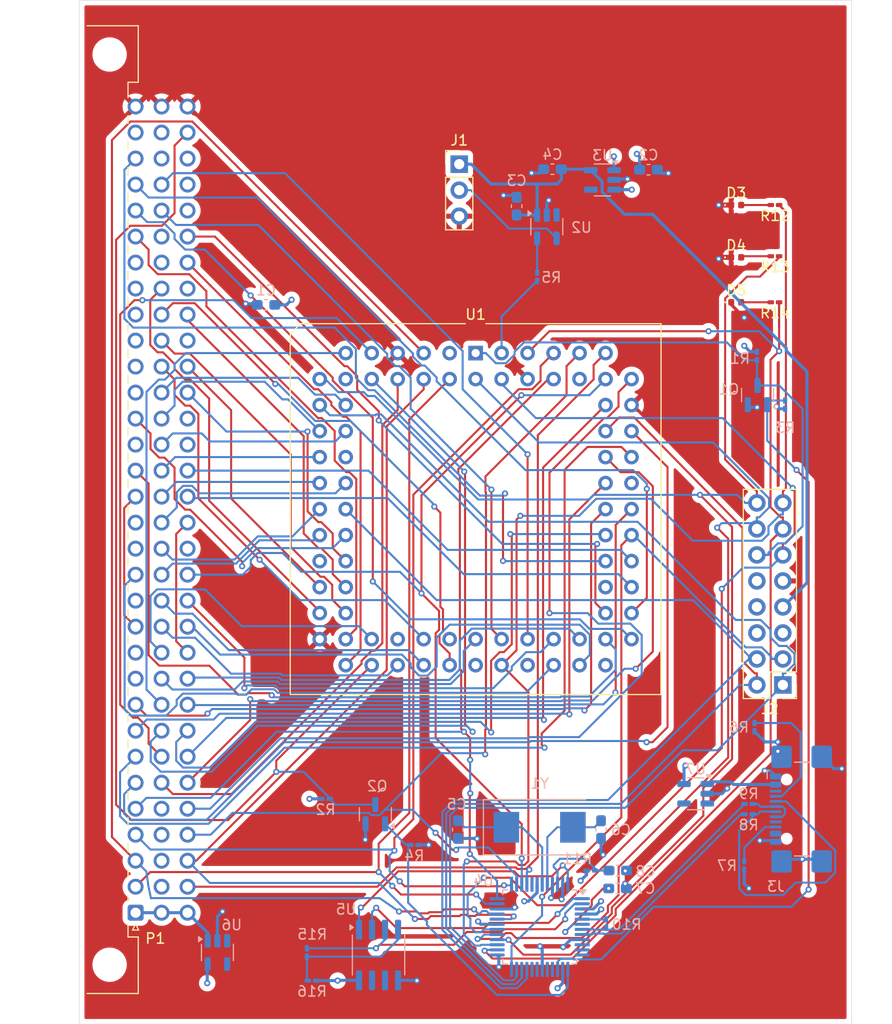
<source format=kicad_pcb>
(kicad_pcb (version 20240108) (generator "pcbnew") (generator_version "8.0")
  (layers (0 "F.Cu" signal) (1 "In1.Cu" power "In1.Cu+5V") (2 "In2.Cu" power "In2.CuGND") (31 "B.Cu" signal) (34 "B.Paste" user) (35 "F.Paste" user) (36 "B.SilkS" user "B.Silkscreen") (37 "F.SilkS" user "F.Silkscreen") (38 "B.Mask" user) (39 "F.Mask" user) (44 "Edge.Cuts" user))
  (net 0 "")
  (net 1 "+3.3V")
  (net 2 "/GCLK1")
  (net 3 "GND")
  (net 4 "B_A5")
  (net 5 "B_A9")
  (net 6 "B_A3")
  (net 7 "B_A4")
  (net 8 "B_A0")
  (net 9 "B_A1")
  (net 10 "B_A11")
  (net 11 "B_A10")
  (net 12 "B_A2")
  (net 13 "B_A12")
  (net 14 "B_A7")
  (net 15 "B_A6")
  (net 16 "B_A8")
  (net 17 "B_A14")
  (net 18 "B_A13")
  (net 19 "Net-(U4-EEDATA)")
  (net 20 "/JTAG-Interface/VBUS")
  (net 21 "/TDI")
  (net 22 "+5V")
  (net 23 "/TMS")
  (net 24 "Net-(U5-DO)")
  (net 25 "/I{slash}O{slash}PD2")
  (net 26 "Net-(U4-EECLK)")
  (net 27 "Net-(U4-EECS)")
  (net 28 "/TDO")
  (net 29 "Net-(U4-XTIN)")
  (net 30 "/I{slash}OE2{slash}GCLK2")
  (net 34 "/TCK")
  (net 35 "Net-(U4-XTOUT)")
  (net 37 "B_VCC")
  (net 39 "/I{slash}OE1")
  (net 41 "unconnected-(U6-EN-Pad3)")
  (net 43 "B_A18")
  (net 44 "B_D0")
  (net 45 "/B_{slash}IRQ5")
  (net 46 "/B_{slash}IRQ3")
  (net 47 "B_D6")
  (net 48 "B_D4")
  (net 49 "B_D2")
  (net 50 "/B_{slash}IRQ0")
  (net 51 "B_D5")
  (net 52 "/B_{slash}DREQ")
  (net 53 "/B_{slash}IRQ1")
  (net 54 "B_D1")
  (net 55 "/B_{slash}IRQ7")
  (net 56 "/B_{slash}RD")
  (net 57 "/I{slash}O{slash}GCLK3")
  (net 58 "/I{slash}GCLR")
  (net 59 "/B_{slash}IORQ")
  (net 60 "B_A15")
  (net 61 "B_D12")
  (net 62 "B_D3")
  (net 63 "/B_{slash}RESOUT")
  (net 64 "/B_{slash}INTA")
  (net 65 "/B_{slash}M1")
  (net 66 "B_A16")
  (net 67 "B_A17")
  (net 68 "B_D7")
  (net 69 "/B_{slash}INT")
  (net 70 "Net-(U4-AVCC)")
  (net 71 "/B_{slash}IRQ2")
  (net 72 "/I{slash}O{slash}PD1")
  (net 73 "/B_{slash}WR")
  (net 74 "Net-(U4-3V3OUT)")
  (net 75 "/B_{slash}RESET")
  (net 76 "/B_{slash}IRQ4")
  (net 77 "/B_{slash}IRQ6")
  (net 78 "B_A19")
  (net 79 "Net-(U4-~{RSTOUT})")
  (net 83 "B_ {slash} SXTAK")
  (net 86 "B_ {slash} DS1")
  (net 87 "B_ {slash} DS0")
  (net 88 "B_D11")
  (net 89 "B_D13")
  (net 95 "/BAI{slash}O")
  (net 100 "B_D8")
  (net 101 "B_D9")
  (net 105 "B_D10")
  (net 106 "/IEI{slash}O")
  (net 107 "B_ {slash} SXTRQ")
  (net 112 "B_D14")
  (net 113 "/B_VBAT")
  (net 114 "B_D15")
  (net 115 "/GCLR_FTDI")
  (net 116 "/RESET_FTDI")
  (net 123 "/JTAG-Interface/USB_DATA-")
  (net 125 "/JTAG-Interface/USB_DATA+")
  (net 130 "Net-(J3-CC1)")
  (net 132 "Net-(J3-CC2)")
  (net 134 "Net-(J1-Pin_2)")
  (net 137 "Net-(U2-OUT)")
  (net 139 "Net-(D3-A)")
  (net 140 "Net-(D4-A)")
  (net 141 "Net-(D5-A)")
  (net 142 "/JTAG-Interface/FTDI_USB_DATA-")
  (net 143 "/JTAG-Interface/FTDI_USB_DATA+")
  (footprint "LED_SMD:LED_0402_1005Metric" (layer "F.Cu") (at 138.2125 69.11)
    (property "Reference" "D4")
    (property "Value" "LED")
  )
  (footprint "Resistor_SMD:R_0201_0603Metric_Pad0.64x0.40mm_HandSolder" (layer "F.Cu") (at 142 73.5 180)
    (property "Reference" "R14")
    (property "Value" "5k1")
  )
  (footprint "Package_LCC:PLCC-84_THT-Socket" (layer "F.Cu") (at 112.74 78.46)
    (property "Reference" "U1")
    (property "Value" "ATF1508AS-7JX84")
  )
  (footprint "Connector_DIN:DIN41612_R_3x32_Female_Horizontal_THT" (layer "F.Cu") (at 79.5 133.12 90)
    (property "Reference" "P1")
    (property "Value" "C96ABC")
  )
  (footprint "Resistor_SMD:R_0201_0603Metric_Pad0.64x0.40mm_HandSolder" (layer "F.Cu") (at 142 69 180)
    (property "Reference" "R13")
    (property "Value" "5k1")
  )
  (footprint "LED_SMD:LED_0402_1005Metric" (layer "F.Cu") (at 138.2125 64)
    (property "Reference" "D3")
    (property "Value" "LED")
  )
  (footprint "Resistor_SMD:R_0201_0603Metric_Pad0.64x0.40mm_HandSolder" (layer "F.Cu") (at 142 64 180)
    (property "Reference" "R12")
    (property "Value" "5k1")
  )
  (footprint "Connector_PinHeader_2.54mm:PinHeader_2x08_P2.54mm_Vertical" (layer "F.Cu") (at 142.775 110.875 180)
    (property "Reference" "J2")
    (property "Value" "Conn_02x08_Counter_Clockwise")
  )
  (footprint "Connector_PinHeader_2.54mm:PinHeader_1x03_P2.54mm_Vertical" (layer "F.Cu") (at 111.1375 60.01)
    (property "Reference" "J1")
    (property "Value" "Conn_01x03_Pin")
  )
  (footprint "LED_SMD:LED_0402_1005Metric" (layer "F.Cu") (at 138.2125 73.5)
    (property "Reference" "D5")
    (property "Value" "LED")
  )
  (footprint "Package_TO_SOT_SMD:TSOT-23-5" (layer "B.Cu") (at 119.7 66.1125 -90)
    (property "Reference" "U2")
    (property "Value" "LTC6905xS5-100")
  )
  (footprint "Resistor_SMD:R_0201_0603Metric_Pad0.64x0.40mm_HandSolder" (layer "B.Cu") (at 98.0675 122)
    (property "Reference" "R2")
    (property "Value" "5k1")
  )
  (footprint "Resistor_SMD:R_0201_0603Metric_Pad0.64x0.40mm_HandSolder" (layer "B.Cu") (at 140.25 78.75 -90)
    (property "Reference" "R1")
    (property "Value" "5k1")
  )
  (footprint "Package_TO_SOT_SMD:SOT-23" (layer "B.Cu") (at 140.3 82.5625 90)
    (property "Reference" "Q1")
    (property "Value" "2N7002")
  )
  (footprint "Package_TO_SOT_SMD:SOT-23-5" (layer "B.Cu") (at 87.5 137 -90)
    (property "Reference" "U6")
    (property "Value" "MAX40200AUK")
  )
  (footprint "Package_TO_SOT_SMD:SOT-23-5" (layer "B.Cu") (at 125.1375 61.55 180)
    (property "Reference" "U3")
    (property "Value" "TPS7A2033")
  )
  (footprint "Resistor_SMD:R_0201_0603Metric_Pad0.64x0.40mm_HandSolder" (layer "B.Cu") (at 139.4325 123.5)
    (property "Reference" "R8")
    (property "Value" "27R")
  )
  (footprint "Capacitor_SMD:C_0603_1608Metric_Pad1.08x0.95mm_HandSolder" (layer "B.Cu") (at 111 125 90)
    (property "Reference" "C5")
    (property "Value" "8p")
  )
  (footprint "Library:Crystal_SMD_8045-2Pin_8.0x4.5mm_HandSoldering" (layer "B.Cu") (at 119 124.775)
    (property "Reference" "Y1")
    (property "Value" "6 MHz")
  )
  (footprint "Capacitor_SMD:C_0603_1608Metric_Pad1.08x0.95mm_HandSolder" (layer "B.Cu") (at 116.75 64.1125 90)
    (property "Reference" "C3")
    (property "Value" "100n")
  )
  (footprint "Package_QFP:LQFP-48_7x7mm_P0.5mm" (layer "B.Cu") (at 119 134.5 180)
    (property "Reference" "U4")
    (property "Value" "FT2232D")
  )
  (footprint "Capacitor_SMD:C_0603_1608Metric_Pad1.08x0.95mm_HandSolder" (layer "B.Cu") (at 92.25 73.75 180)
    (property "Reference" "C1")
    (property "Value" "100n")
  )
  (footprint "Resistor_SMD:R_0201_0603Metric_Pad0.64x0.40mm_HandSolder" (layer "B.Cu") (at 140 115 90)
    (property "Reference" "R6")
    (property "Value" "5k1")
  )
  (footprint "Resistor_SMD:R_0201_0603Metric_Pad0.64x0.40mm_HandSolder" (layer "B.Cu") (at 106.75 126.5)
    (property "Reference" "R4")
    (property "Value" "5k1")
  )
  (footprint "Resistor_SMD:R_0201_0603Metric_Pad0.64x0.40mm_HandSolder" (layer "B.Cu") (at 125.5 134.1825 -90)
    (property "Reference" "R10")
    (property "Value" "1k5")
  )
  (footprint "Resistor_SMD:R_0201_0603Metric_Pad0.64x0.40mm_HandSolder" (layer "B.Cu") (at 143 83.5 -90)
    (property "Reference" "R3")
    (property "Value" "5k1")
  )
  (footprint "Resistor_SMD:R_0201_0603Metric_Pad0.64x0.40mm_HandSolder" (layer "B.Cu") (at 96.25 137 -90)
    (property "Reference" "R15")
    (property "Value" "2k2")
  )
  (footprint "Capacitor_SMD:C_0603_1608Metric_Pad1.08x0.95mm_HandSolder" (layer "B.Cu") (at 129.6375 60.55 180)
    (property "Reference" "C2")
    (property "Value" "1u")
  )
  (footprint "Resistor_SMD:R_0201_0603Metric_Pad0.64x0.40mm_HandSolder" (layer "B.Cu") (at 118.75 71 -90)
    (property "Reference" "R5")
    (property "Value" "0R")
  )
  (footprint "Capacitor_SMD:C_0603_1608Metric_Pad1.08x0.95mm_HandSolder" (layer "B.Cu") (at 125 125 90)
    (property "Reference" "C6")
    (property "Value" "8p")
  )
  (footprint "Package_TO_SOT_SMD:SOT-23" (layer "B.Cu") (at 102.9375 123.5 90)
    (property "Reference" "Q2")
    (property "Value" "2N7002")
  )
  (footprint "Package_TO_SOT_SMD:SOT-23-5" (layer "B.Cu") (at 134.25 121.5 180)
    (property "Reference" "U7")
    (property "Value" "MAX40200AUK")
  )
  (footprint "Library:USB_C_Receptacle_GCT_USB4110" (layer "B.Cu") (at 145.75 123 -90)
    (property "Reference" "J3")
    (property "Value" "USB4110GFA")
  )
  (footprint "Capacitor_SMD:C_0603_1608Metric_Pad1.08x0.95mm_HandSolder" (layer "B.Cu") (at 126.6125 130.75 180)
    (property "Reference" "C7")
    (property "Value" "33n")
  )
  (footprint "Capacitor_SMD:C_0603_1608Metric_Pad1.08x0.95mm_HandSolder" (layer "B.Cu") (at 126.6375 129 180)
    (property "Reference" "C8")
    (property "Value" "100n")
  )
  (footprint "Package_SO:SOIC-8_3.9x4.9mm_P1.27mm" (layer "B.Cu") (at 103.25 137.25 -90)
    (property "Reference" "U5")
    (property "Value" "93CxxB")
  )
  (footprint "Resistor_SMD:R_0201_0603Metric_Pad0.64x0.40mm_HandSolder" (layer "B.Cu") (at 96.75 139.75)
    (property "Reference" "R16")
    (property "Value" "10k")
  )
  (footprint "Resistor_SMD:R_0201_0603Metric_Pad0.64x0.40mm_HandSolder" (layer "B.Cu") (at 139 128.5 90)
    (property "Reference" "R7")
    (property "Value" "5k1")
  )
  (footprint "Resistor_SMD:R_0201_0603Metric_Pad0.64x0.40mm_HandSolder" (layer "B.Cu") (at 139.4325 122.5)
    (property "Reference" "R9")
    (property "Value" "27R")
  )
  (footprint "Capacitor_SMD:C_0603_1608Metric_Pad1.08x0.95mm_HandSolder" (layer "B.Cu") (at 120.25 60.5 180)
    (property "Reference" "C4")
    (property "Value" "1u")
  )
  (footprint "Resistor_SMD:R_0201_0603Metric_Pad0.64x0.40mm_HandSolder" (layer "B.Cu") (at 124 129)
    (property "Reference" "R11")
    (property "Value" "470R")
  )
  (gr_rect (start 74 44) (end 149.5 144) (stroke (width 0.05)) (fill none) (layer "Edge.Cuts"))
  (segment (start 130.03345 64.9069) (end 127.298 64.9069) (width 0.3) (layer "B.Cu") (net 1))
  (segment (start 121.1125 60.5) (end 123.9 60.5) (width 0.3) (layer "B.Cu") (net 1))
  (segment (start 111.138 60.01) (end 111.1375 60.01) (width 0.3) (layer "B.Cu") (net 1))
  (segment (start 145.134 100.896) (end 145.134 80.263888) (width 0.3) (layer "B.Cu") (net 1))
  (segment (start 125.106 61.706) (end 124 60.6) (width 0.3) (layer "B.Cu") (net 1))
  (segment (start 118.75 61.942) (end 118.75 64.975) (width 0.3) (layer "B.Cu") (net 1))
  (segment (start 143.108 78.237888) (end 143.108 77.98145) (width 0.3) (layer "B.Cu") (net 1))
  (segment (start 116.75 64.975) (end 118.75 64.975) (width 0.3) (layer "B.Cu") (net 1))
  (segment (start 142.775 103.255) (end 145.134 100.896) (width 0.3) (layer "B.Cu") (net 1))
  (segment (start 123.9 60.5) (end 124 60.6) (width 0.3) (layer "B.Cu") (net 1))
  (segment (start 111.138 60.01) (end 112.319 60.01) (width 0.3) (layer "B.Cu") (net 1))
  (segment (start 114.251 61.942) (end 118.75 61.942) (width 0.3) (layer "B.Cu") (net 1))
  (segment (start 121.1125 60.5) (end 121.112 60.5) (width 0.3) (layer "B.Cu") (net 1))
  (segment (start 121.112 60.5) (end 121.112 61.5299) (width 0.3) (layer "B.Cu") (net 1))
  (segment (start 145.134 80.263888) (end 143.108 78.237888) (width 0.3) (layer "B.Cu") (net 1))
  (segment (start 112.319 60.01) (end 114.251 61.942) (width 0.3) (layer "B.Cu") (net 1))
  (segment (start 125.106 62.7149) (end 125.106 61.706) (width 0.3) (layer "B.Cu") (net 1))
  (segment (start 127.298 64.9069) (end 125.106 62.7149) (width 0.3) (layer "B.Cu") (net 1))
  (segment (start 143.108 77.98145) (end 130.03345 64.9069) (width 0.3) (layer "B.Cu") (net 1))
  (segment (start 120.7 61.942) (end 118.75 61.942) (width 0.3) (layer "B.Cu") (net 1))
  (segment (start 121.112 61.5299) (end 120.7 61.942) (width 0.3) (layer "B.Cu") (net 1))
  (segment (start 118.75 71.4075) (end 115.28 74.8775) (width 0.2) (layer "B.Cu") (net 2))
  (segment (start 115.28 74.8775) (end 115.28 78.46) (width 0.2) (layer "B.Cu") (net 2))
  (segment (start 137.728 73.5) (end 137.728 73.7275) (width 0.3) (layer "F.Cu") (net 3))
  (segment (start 137.728 73.7275) (end 139 75) (width 0.3) (layer "F.Cu") (net 3))
  (segment (start 136.64 69.11) (end 136.5 69.25) (width 0.3) (layer "F.Cu") (net 3))
  (segment (start 137.7275 69.11) (end 136.64 69.11) (width 0.3) (layer "F.Cu") (net 3))
  (segment (start 137.7275 64) (end 136.5 64) (width 0.3) (layer "F.Cu") (net 3))
  (segment (start 137.728 64) (end 137.7275 64) (width 0.3) (layer "F.Cu") (net 3))
  (segment (start 137.728 69.11) (end 137.7275 69.11) (width 0.3) (layer "F.Cu") (net 3))
  (via (at 118.212 60.8724) (size 0.6) (drill 0.3) (layers "F.Cu" "B.Cu") (net 3))
  (via (at 127.366 130.281) (size 0.6) (drill 0.3) (layers "F.Cu" "B.Cu") (net 3))
  (via (at 144.676 127.891) (size 0.6) (drill 0.3) (layers "F.Cu" "B.Cu") (net 3))
  (via (at 90.2584 73.6384) (size 0.6) (drill 0.3) (layers "F.Cu" "B.Cu") (net 3))
  (via (at 140.524 126.074) (size 0.6) (drill 0.3) (layers "F.Cu" "B.Cu") (net 3))
  (via (at 141.001878 119.251362) (size 0.6) (drill 0.3) (layers "F.Cu" "B.Cu") (net 3))
  (via (at 142.285239 117.354987) (size 0.6) (drill 0.3) (layers "F.Cu" "B.Cu") (net 3))
  (via (at 136.5 64) (size 0.6) (drill 0.3) (layers "F.Cu" "B.Cu") (net 3))
  (via (at 108.1532 126.492) (size 0.6) (drill 0.3) (layers "F.Cu" "B.Cu") (net 3))
  (via (at 148.533 119.05) (size 0.6) (drill 0.3) (layers "F.Cu" "B.Cu") (net 3))
  (via (at 107 139.75) (size 0.6) (drill 0.3) (layers "F.Cu" "B.Cu") (net 3))
  (via (at 119.891 63.5386) (size 0.6) (drill 0.3) (layers "F.Cu" "B.Cu") (net 3))
  (via (at 140.257 83.7605) (size 0.6) (drill 0.3) (layers "F.Cu" "B.Cu") (net 3))
  (via (at 137.332672 120.980488) (size 0.6) (drill 0.3) (layers "F.Cu" "B.Cu") (net 3))
  (via (at 115.007 138.415) (size 0.6) (drill 0.3) (layers "F.Cu" "B.Cu") (net 3))
  (via (at 120.116 131.677) (size 0.6) (drill 0.3) (layers "F.Cu" "B.Cu") (net 3))
  (via (at 101.9556 125.984) (size 0.6) (drill 0.3) (layers "F.Cu" "B.Cu") (net 3))
  (via (at 139 75) (size 0.6) (drill 0.3) (layers "F.Cu" "B.Cu") (net 3))
  (via (at 127.587 61.4594) (size 0.6) (drill 0.3) (layers "F.Cu" "B.Cu") (net 3))
  (via (at 142.285239 116.4402) (size 0.6) (drill 0.3) (layers "F.Cu" "B.Cu") (net 3))
  (via (at 142.175 83.6844) (size 0.6) (drill 0.3) (layers "F.Cu" "B.Cu") (net 3))
  (via (at 119.03 136.399) (size 0.6) (drill 0.3) (layers "F.Cu" "B.Cu") (net 3))
  (via (at 88 133) (size 0.6) (drill 0.3) (layers "F.Cu" "B.Cu") (net 3))
  (via (at 116.558 132.6) (size 0.6) (drill 0.3) (layers "F.Cu" "B.Cu") (net 3))
  (via (at 112.881579 125.889422) (size 0.6) (drill 0.3) (layers "F.Cu" "B.Cu") (net 3))
  (via (at 125.199 127.461) (size 0.6) (drill 0.3) (layers "F.Cu" "B.Cu") (net 3))
  (via (at 115.468 63.0547) (size 0.6) (drill 0.3) (layers "F.Cu" "B.Cu") (net 3))
  (via (at 121.296879 136.478879) (size 0.6) (drill 0.3) (layers "F.Cu" "B.Cu") (net 3))
  (via (at 136.5 69.25) (size 0.6) (drill 0.3) (layers "F.Cu" "B.Cu") (net 3))
  (via (at 121.143 131.804) (size 0.6) (drill 0.3) (layers "F.Cu" "B.Cu") (net 3))
  (via (at 131.585 60.8974) (size 0.6) (drill 0.3) (layers "F.Cu" "B.Cu") (net 3))
  (via (at 139.45797 130.7452) (size 0.6) (drill 0.3) (layers "F.Cu" "B.Cu") (net 3))
  (via (at 127.366 129.037) (size 0.6) (drill 0.3) (layers "F.Cu" "B.Cu") (net 3))
  (segment (start 116.408 132.75) (end 116.558 132.6) (width 0.3) (layer "B.Cu") (net 3))
  (segment (start 126.366 61.4594) (end 126.275 61.55) (width 0.3) (layer "B.Cu") (net 3))
  (segment (start 135.3875 121.5) (end 136.81316 121.5) (width 0.3) (layer "B.Cu") (net 3))
  (segment (start 142.398 83.9075) (end 143 83.9075) (width 0.3) (layer "B.Cu") (net 3))
  (segment (start 90.2584 73.6384) (end 91.2759 73.6384) (width 0.3) (layer "B.Cu") (net 3))
  (segment (start 119.25 136.619) (end 119.25 138.662) (width 0.3) (layer "B.Cu") (net 3))
  (segment (start 142.645 117.89) (end 142.285239 117.530239) (width 0.3) (layer "B.Cu") (net 3))
  (segment (start 127.587 61.4594) (end 126.366 61.4594) (width 0.3) (layer "B.Cu") (net 3))
  (segment (start 139 130.28723) (end 139.45797 130.7452) (width 0.3) (layer "B.Cu") (net 3))
  (segment (start 87.5 135.862) (end 87.5 135.8625) (width 0.3) (layer "B.Cu") (net 3))
  (segment (start 101.987 124.438) (end 101.988 124.438) (width 0.3) (layer "B.Cu") (net 3))
  (segment (start 127.5 129) (end 127.463 129.037) (width 0.3) (layer "B.Cu") (net 3))
  (segment (start 119.891 63.5386) (end 119.7 63.7296) (width 0.3) (layer "B.Cu") (net 3))
  (segment (start 120.25 130.338) (end 120.25 130.3375) (width 0.3) (layer "B.Cu") (net 3))
  (segment (start 142.175 83.6844) (end 142.398 83.9075) (width 0.3) (layer "B.Cu") (net 3))
  (segment (start 121.25 130.338) (end 121.25 131.697) (width 0.3) (layer "B.Cu") (net 3))
  (segment (start 114.9225 137.335) (end 114.8375 137.25) (width 0.3) (layer "B.Cu") (net 3))
  (segment (start 140.524 126.074) (end 141.944 126.074) (width 0.3) (layer "B.Cu") (net 3))
  (segment (start 119.25 138.662) (end 119.25 138.6625) (width 0.3) (layer "B.Cu") (net 3))
  (segment (start 118.212 60.8724) (end 119.015 60.8724) (width 0.3) (layer "B.Cu") (net 3))
  (segment (start 148.533 119.05) (end 147.735 119.05) (width 0.3) (layer "B.Cu") (net 3))
  (segment (start 125.199 127.461) (end 125 127.261) (width 0.3) (layer "B.Cu") (net 3))
  (segment (start 122.025758 135.75) (end 121.296879 136.478879) (width 0.3) (layer "B.Cu") (net 3))
  (segment (start 141.944 126.074) (end 142.07 126.2) (width 0.3) (layer "B.Cu") (net 3))
  (segment (start 119.3875 60.5002) (end 119.3875 60.5) (width 0.3) (layer "B.Cu") (net 3))
  (segment (start 146.575 128.11) (end 146.356 127.891) (width 0.3) (layer "B.Cu") (net 3))
  (segment (start 139 128.9075) (end 139 130.28723) (width 0.3) (layer "B.Cu") (net 3))
  (segment (start 146.356 127.891) (end 144.676 127.891) (width 0.3) (layer "B.Cu") (net 3))
  (segment (start 87.5 133.5) (end 88 133) (width 0.3) (layer "B.Cu") (net 3))
  (segment (start 147.735 119.05) (end 146.575 117.89) (width 0.3) (layer "B.Cu") (net 3))
  (segment (start 142.07 119.8) (end 141.521362 119.251362) (width 0.3) (layer "B.Cu") (net 3))
  (segment (start 121.25 130.338) (end 121.25 130.3375) (width 0.3) (layer "B.Cu") (net 3))
  (segment (start 116.555 63.0547) (end 116.75 63.25) (width 0.3) (layer "B.Cu") (net 3))
  (segment (start 119.03 136.399) (end 119.25 136.619) (width 0.3) (layer "B.Cu") (net 3))
  (segment (start 87.5 135.862) (end 87.5 133.5) (width 0.3) (layer "B.Cu") (net 3))
  (segment (start 131.585 60.8974) (end 130.847 60.8974) (width 0.3) (layer "B.Cu") (net 3))
  (segment (start 121.25 131.697) (end 121.143 131.804) (width 0.3) (layer "B.Cu") (net 3))
  (segment (start 119.7 63.7296) (end 119.7 64.975) (width 0.3) (layer "B.Cu") (net 3))
  (segment (start 115.468 63.0547) (end 116.555 63.0547) (width 0.3) (layer "B.Cu") (net 3))
  (segment (start 107.1575 126.5) (end 107.1655 126.492) (width 0.3) (layer "B.Cu") (net 3))
  (segment (start 140.257 83.7605) (end 139.61 83.7605) (width 0.3) (layer "B.Cu") (net 3))
  (segment (start 119.2015 60.6862) (end 119.388 60.5) (width 0.3) (layer "B.Cu") (net 3))
  (segment (start 115.007 138.415) (end 115.007 137.42) (width 0.3) (layer "B.Cu") (net 3))
  (segment (start 111 125.8625) (end 112.854657 125.8625) (width 0.3) (layer "B.Cu") (net 3))
  (segment (start 101.987 124.438) (end 101.987 125.9526) (width 0.3) (layer "B.Cu") (net 3))
  (segment (start 114.9225 137.335) (end 114.838 137.25) (width 0.3) (layer "B.Cu") (net 3))
  (segment (start 114.838 132.75) (end 114.8375 132.75) (width 0.3) (layer "B.Cu") (net 3))
  (segment (start 120.116 131.677) (end 120.25 131.543) (width 0.3) (layer "B.Cu") (net 3))
  (segment (start 91.2759 73.6384) (end 91.3875 73.75) (width 0.3) (layer "B.Cu") (net 3))
  (segment (start 101.987 125.9526) (end 101.9556 125.984) (width 0.3) (layer "B.Cu") (net 3))
  (segment (start 114.838 132.75) (end 116.408 132.75) (width 0.3) (layer "B.Cu") (net 3))
  (segment (start 125 127.261) (end 125 125.8625) (width 0.3) (layer "B.Cu") (net 3))
  (segment (start 119.2015 60.6862) (end 119.3875 60.5002) (width 0.3) (layer "B.Cu") (net 3))
  (segment (start 139.61 83.7605) (end 139.35 83.5) (width 0.3) (layer "B.Cu") (net 3))
  (segment (start 106.975 139.725) (end 107 139.75) (width 0.3) (layer "B.Cu") (net 3))
  (segment (start 127.475 130.39) (end 127.366 130.281) (width 0.3) (layer "B.Cu") (net 3))
  (segment (start 127.463 129.037) (end 127.366 129.037) (width 0.3) (layer "B.Cu") (net 3))
  (segment (start 123.1625 135.75) (end 122.025758 135.75) (width 0.3) (layer "B.Cu") (net 3))
  (segment (start 112.854657 125.8625) (end 112.881579 125.889422) (width 0.3) (layer "B.Cu") (net 3))
  (segment (start 105.155 139.725) (end 106.975 139.725) (width 0.3) (layer "B.Cu") (net 3))
  (segment (start 107.1655 126.492) (end 108.1532 126.492) (width 0.3) (layer "B.Cu") (net 3))
  (segment (start 136.81316 121.5) (end 137.332672 120.980488) (width 0.3) (layer "B.Cu") (net 3))
  (segment (start 119.015 60.8724) (end 119.2015 60.6862) (width 0.3) (layer "B.Cu") (net 3))
  (segment (start 130.847 60.8974) (end 130.5 60.55) (width 0.3) (layer "B.Cu") (net 3))
  (segment (start 140 115.4075) (end 141.0327 116.4402) (width 0.3) (layer "B.Cu") (net 3))
  (segment (start 115.007 137.42) (end 114.9225 137.335) (width 0.3) (layer "B.Cu") (net 3))
  (segment (start 101.987 124.438) (end 101.9875 124.4375) (width 0.3) (layer "B.Cu") (net 3))
  (segment (start 120.25 131.543) (end 120.25 130.338) (width 0.3) (layer "B.Cu") (net 3))
  (segment (start 142.285239 117.530239) (end 142.285239 117.354987) (width 0.3) (layer "B.Cu") (net 3))
  (segment (start 144.676 127.891) (end 142.864 127.891) (width 0.3) (layer "B.Cu") (net 3))
  (segment (start 125 125.8625) (end 125 125.862) (width 0.3) (layer "B.Cu") (net 3))
  (segment (start 141.0327 116.4402) (end 142.285239 116.4402) (width 0.3) (layer "B.Cu") (net 3))
  (segment (start 142.864 127.891) (end 142.645 128.11) (width 0.3) (layer "B.Cu") (net 3))
  (segment (start 141.521362 119.251362) (end 141.001878 119.251362) (width 0.3) (layer "B.Cu") (net 3))
  (segment (start 127.475 130.75) (end 127.475 130.39) (width 0.3) (layer "B.Cu") (net 3))
  (segment (start 121.904 94.6963) (end 121.904 113.742) (width 0.2) (layer "F.Cu") (net 4))
  (segment (start 125.44 91.16) (end 121.904 94.6963) (width 0.2) (layer "F.Cu") (net 4))
  (via (at 121.904 113.742) (size 0.6) (drill 0.3) (layers "F.Cu" "B.Cu") (net 4))
  (segment (start 79.5 115.34) (end 80.5869 114.253) (width 0.2) (layer "B.Cu") (net 4))
  (segment (start 121.843 113.681) (end 121.904 113.742) (width 0.2) (layer "B.Cu") (net 4))
  (segment (start 87.1273 114.253) (end 87.6991 113.681) (width 0.2) (layer "B.Cu") (net 4))
  (segment (start 87.6991 113.681) (end 121.843 113.681) (width 0.2) (layer "B.Cu") (net 4))
  (segment (start 80.5869 114.253) (end 87.1273 114.253) (width 0.2) (layer "B.Cu") (net 4))
  (segment (start 115.418 92.3673) (end 115.612 92.173) (width 0.2) (layer "F.Cu") (net 5))
  (segment (start 115.418 98.7565) (end 115.418 92.3673) (width 0.2) (layer "F.Cu") (net 5))
  (via (at 115.612 92.173) (size 0.6) (drill 0.3) (layers "F.Cu" "B.Cu") (net 5))
  (via (at 115.418 98.7565) (size 0.6) (drill 0.3) (layers "F.Cu" "B.Cu") (net 5))
  (segment (start 115.441 98.78) (end 115.418 98.7565) (width 0.2) (layer "B.Cu") (net 5))
  (segment (start 101.033 78.0487) (end 101.033 80.8736) (width 0.2) (layer "B.Cu") (net 5))
  (segment (start 78.4074 75.107) (end 79.2704 75.97) (width 0.2) (layer "B.Cu") (net 5))
  (segment (start 79.5 59.46) (end 78.4074 60.5526) (width 0.2) (layer "B.Cu") (net 5))
  (segment (start 101.033 80.8736) (end 102.241 82.0815) (width 0.2) (layer "B.Cu") (net 5))
  (segment (start 102.241 82.0815) (end 102.85 82.0815) (width 0.2) (layer "B.Cu") (net 5))
  (segment (start 98.9542 75.97) (end 101.033 78.0487) (width 0.2) (layer "B.Cu") (net 5))
  (segment (start 113.15 92.3815) (end 115.404 92.3815) (width 0.2) (layer "B.Cu") (net 5))
  (segment (start 78.4074 60.5526) (end 78.4074 75.107) (width 0.2) (layer "B.Cu") (net 5))
  (segment (start 79.2704 75.97) (end 98.9542 75.97) (width 0.2) (layer "B.Cu") (net 5))
  (segment (start 115.404 92.3815) (end 115.612 92.173) (width 0.2) (layer "B.Cu") (net 5))
  (segment (start 102.85 82.0815) (end 113.15 92.3815) (width 0.2) (layer "B.Cu") (net 5))
  (segment (start 125.44 98.78) (end 115.441 98.78) (width 0.2) (layer "B.Cu") (net 5))
  (segment (start 128.69 90.0943) (end 126.914 90.0943) (width 0.2) (layer "F.Cu") (net 6))
  (segment (start 130.062 91.4656) (end 128.69 90.0943) (width 0.2) (layer "F.Cu") (net 6))
  (segment (start 128.386 109.29) (end 130.062 107.615) (width 0.2) (layer "F.Cu") (net 6))
  (segment (start 84.58 120.42) (end 90.7052 114.295) (width 0.2) (layer "F.Cu") (net 6))
  (segment (start 126.914 90.0943) (end 125.44 88.62) (width 0.2) (layer "F.Cu") (net 6))
  (segment (start 90.7052 114.295) (end 90.7052 112.261) (width 0.2) (layer "F.Cu") (net 6))
  (segment (start 130.062 107.615) (end 130.062 91.4656) (width 0.2) (layer "F.Cu") (net 6))
  (via (at 90.7052 112.261) (size 0.6) (drill 0.3) (layers "F.Cu" "B.Cu") (net 6))
  (via (at 128.386 109.29) (size 0.6) (drill 0.3) (layers "F.Cu" "B.Cu") (net 6))
  (segment (start 124.195 112.392) (end 121.23 112.392) (width 0.2) (layer "B.Cu") (net 6))
  (segment (start 121.161 112.461) (end 90.9053 112.461) (width 0.2) (layer "B.Cu") (net 6))
  (segment (start 90.9053 112.461) (end 90.7052 112.261) (width 0.2) (layer "B.Cu") (net 6))
  (segment (start 128.386 109.29) (end 127.297 109.29) (width 0.2) (layer "B.Cu") (net 6))
  (segment (start 121.23 112.392) (end 121.161 112.461) (width 0.2) (layer "B.Cu") (net 6))
  (segment (start 127.297 109.29) (end 124.195 112.392) (width 0.2) (layer "B.Cu") (net 6))
  (segment (start 126.9888 87.6288) (end 123.6715 87.6288) (width 0.2) (layer "F.Cu") (net 7))
  (segment (start 123.6715 87.6288) (end 121.998 89.3023) (width 0.2) (layer "F.Cu") (net 7))
  (segment (start 119.2012 115.6148) (end 119.2012 116.73) (width 0.2) (layer "F.Cu") (net 7))
  (segment (start 121.998 89.3023) (end 121.437 89.8637) (width 0.2) (layer "F.Cu") (net 7))
  (segment (start 121.437 113.379) (end 119.2012 115.6148) (width 0.2) (layer "F.Cu") (net 7))
  (segment (start 119.2012 116.73) (end 119.4712 117) (width 0.2) (layer "F.Cu") (net 7))
  (segment (start 127.98 88.62) (end 126.9888 87.6288) (width 0.2) (layer "F.Cu") (net 7))
  (segment (start 121.437 89.8637) (end 121.437 113.379) (width 0.2) (layer "F.Cu") (net 7))
  (via (at 119.4712 117) (size 0.6) (drill 0.3) (layers "F.Cu" "B.Cu") (net 7))
  (segment (start 94.0636 117) (end 119.4712 117) (width 0.2) (layer "B.Cu") (net 7))
  (segment (start 79.5 117.88) (end 77.9825 119.3975) (width 0.2) (layer "B.Cu") (net 7))
  (segment (start 77.9825 123.692) (end 78.7206 124.43) (width 0.2) (layer "B.Cu") (net 7))
  (segment (start 77.9825 119.3975) (end 77.9825 123.692) (width 0.2) (layer "B.Cu") (net 7))
  (segment (start 86.6336 124.43) (end 94.0636 117) (width 0.2) (layer "B.Cu") (net 7))
  (segment (start 78.7206 124.43) (end 86.6336 124.43) (width 0.2) (layer "B.Cu") (net 7))
  (segment (start 119.961 103.861) (end 119.961 90.1354) (width 0.2) (layer "F.Cu") (net 8))
  (segment (start 126.71 83.6888) (end 126.71 82.27) (width 0.2) (layer "F.Cu") (net 8))
  (segment (start 126.71 82.27) (end 127.98 81) (width 0.2) (layer "F.Cu") (net 8))
  (segment (start 119.961 90.1354) (end 125.286 84.81) (width 0.2) (layer "F.Cu") (net 8))
  (segment (start 125.589 84.81) (end 126.71 83.6888) (width 0.2) (layer "F.Cu") (net 8))
  (segment (start 125.286 84.81) (end 125.589 84.81) (width 0.2) (layer "F.Cu") (net 8))
  (via (at 119.961 103.861) (size 0.6) (drill 0.3) (layers "F.Cu" "B.Cu") (net 8))
  (segment (start 127.869 104.883) (end 128.973 105.986) (width 0.2) (layer "B.Cu") (net 8))
  (segment (start 122.861 115.97) (end 117.973359 115.97) (width 0.2) (layer "B.Cu") (net 8))
  (segment (start 128.973 109.858) (end 122.861 115.97) (width 0.2) (layer "B.Cu") (net 8))
  (segment (start 119.961 103.861) (end 123.705 103.861) (width 0.2) (layer "B.Cu") (net 8))
  (segment (start 117.973359 115.97) (end 117.858359 116.085) (width 0.2) (layer "B.Cu") (net 8))
  (segment (start 117.858359 116.085) (end 93.6719 116.085) (width 0.2) (layer "B.Cu") (net 8))
  (segment (start 128.973 105.986) (end 128.973 109.858) (width 0.2) (layer "B.Cu") (net 8))
  (segment (start 123.705 103.861) (end 124.727 104.883) (width 0.2) (layer "B.Cu") (net 8))
  (segment (start 124.727 104.883) (end 127.869 104.883) (width 0.2) (layer "B.Cu") (net 8))
  (segment (start 86.7969 122.96) (end 84.58 122.96) (width 0.2) (layer "B.Cu") (net 8))
  (segment (start 93.6719 116.085) (end 86.7969 122.96) (width 0.2) (layer "B.Cu") (net 8))
  (segment (start 119.336 89.644) (end 119.336 114.2026) (width 0.2) (layer "F.Cu") (net 9))
  (segment (start 119.336 114.2026) (end 119.4204 114.287) (width 0.2) (layer "F.Cu") (net 9))
  (segment (start 125.44 83.54) (end 119.336 89.644) (width 0.2) (layer "F.Cu") (net 9))
  (via (at 119.4204 114.287) (size 0.6) (drill 0.3) (layers "F.Cu" "B.Cu") (net 9))
  (segment (start 119.2284 114.095) (end 119.4204 114.287) (width 0.2) (layer "B.Cu") (net 9))
  (segment (start 88.365 114.095) (end 119.2284 114.095) (width 0.2) (layer "B.Cu") (net 9))
  (segment (start 84.58 117.88) (end 88.365 114.095) (width 0.2) (layer "B.Cu") (net 9))
  (segment (start 94.8667 92.6244) (end 104.143 92.6244) (width 0.2) (layer "B.Cu") (net 10))
  (segment (start 126.71 100.05) (end 127.98 101.32) (width 0.2) (layer "B.Cu") (net 10))
  (segment (start 84.58 92.48) (end 84.1014 92.48) (width 0.2) (layer "B.Cu") (net 10))
  (segment (start 84.7244 92.6244) (end 94.8667 92.6244) (width 0.2) (layer "B.Cu") (net 10))
  (segment (start 84.58 92.48) (end 84.7244 92.6244) (width 0.2) (layer "B.Cu") (net 10))
  (segment (start 111.569 100.05) (end 126.71 100.05) (width 0.2) (layer "B.Cu") (net 10))
  (segment (start 104.143 92.6244) (end 111.569 100.05) (width 0.2) (layer "B.Cu") (net 10))
  (segment (start 110.009 97.6817) (end 126.882 97.6817) (width 0.2) (layer "B.Cu") (net 11))
  (segment (start 102.267 89.94) (end 110.009 97.6817) (width 0.2) (layer "B.Cu") (net 11))
  (segment (start 84.58 89.94) (end 102.267 89.94) (width 0.2) (layer "B.Cu") (net 11))
  (segment (start 126.882 97.6817) (end 127.98 98.78) (width 0.2) (layer "B.Cu") (net 11))
  (segment (start 127.98 86.08) (end 131.5 89.6) (width 0.2) (layer "F.Cu") (net 12))
  (segment (start 131.5 115) (end 130.033 116.467) (width 0.2) (layer "F.Cu") (net 12))
  (segment (start 131.5 89.6) (end 131.5 115) (width 0.2) (layer "F.Cu") (net 12))
  (segment (start 130.033 116.467) (end 129.454 116.467) (width 0.2) (layer "F.Cu") (net 12))
  (via (at 129.454 116.467) (size 0.6) (drill 0.3) (layers "F.Cu" "B.Cu") (net 12))
  (segment (start 129.454 116.467) (end 129.337 116.35) (width 0.2) (layer "B.Cu") (net 12))
  (segment (start 118.013761 116.467) (end 94.0198 116.467) (width 0.2) (layer "B.Cu") (net 12))
  (segment (start 118.130761 116.35) (end 118.013761 116.467) (width 0.2) (layer "B.Cu") (net 12))
  (segment (start 94.0198 116.467) (end 86.4504 124.036) (width 0.2) (layer "B.Cu") (net 12))
  (segment (start 86.4504 124.036) (end 78.9691 124.036) (width 0.2) (layer "B.Cu") (net 12))
  (segment (start 78.3816 121.5384) (end 79.5 120.42) (width 0.2) (layer "B.Cu") (net 12))
  (segment (start 78.3816 123.449) (end 78.3816 121.5384) (width 0.2) (layer "B.Cu") (net 12))
  (segment (start 129.337 116.35) (end 118.130761 116.35) (width 0.2) (layer "B.Cu") (net 12))
  (segment (start 78.9691 124.036) (end 78.3816 123.449) (width 0.2) (layer "B.Cu") (net 12))
  (segment (start 101.161 80.7124) (end 100.188 79.7396) (width 0.2) (layer "F.Cu") (net 13))
  (segment (start 125.44 103.86) (end 124.447 102.867) (width 0.2) (layer "F.Cu") (net 13))
  (segment (start 99.9126 79.7396) (end 87.253 67.08) (width 0.2) (layer "F.Cu") (net 13))
  (segment (start 87.253 67.08) (end 84.58 67.08) (width 0.2) (layer "F.Cu") (net 13))
  (segment (start 103.269 85.034) (end 103.269 84.1479) (width 0.2) (layer "F.Cu") (net 13))
  (segment (start 103.269 84.1479) (end 101.161 82.04) (width 0.2) (layer "F.Cu") (net 13))
  (segment (start 124.447 97.2649) (end 124.612 97.1) (width 0.2) (layer "F.Cu") (net 13))
  (segment (start 101.161 82.04) (end 101.161 80.7124) (width 0.2) (layer "F.Cu") (net 13))
  (segment (start 100.188 79.7396) (end 99.9126 79.7396) (width 0.2) (layer "F.Cu") (net 13))
  (segment (start 124.447 102.867) (end 124.447 97.2649) (width 0.2) (layer "F.Cu") (net 13))
  (via (at 103.269 85.034) (size 0.6) (drill 0.3) (layers "F.Cu" "B.Cu") (net 13))
  (via (at 124.612 97.1) (size 0.6) (drill 0.3) (layers "F.Cu" "B.Cu") (net 13))
  (segment (start 115.335 97.1) (end 124.612 97.1) (width 0.2) (layer "B.Cu") (net 13))
  (segment (start 103.269 85.034) (end 115.335 97.1) (width 0.2) (layer "B.Cu") (net 13))
  (segment (start 127.98 93.7) (end 126.433 95.2471) (width 0.2) (layer "F.Cu") (net 14))
  (segment (start 126.433 111.576) (end 126.404 111.604) (width 0.2) (layer "F.Cu") (net 14))
  (segment (start 126.433 95.2471) (end 126.433 111.576) (width 0.2) (layer "F.Cu") (net 14))
  (via (at 126.404 111.604) (size 0.6) (drill 0.3) (layers "F.Cu" "B.Cu") (net 14))
  (segment (start 121.319 112.843) (end 84.6229 112.843) (width 0.2) (layer "B.Cu") (net 14))
  (segment (start 84.6229 112.843) (end 84.58 112.8) (width 0.2) (layer "B.Cu") (net 14))
  (segment (start 121.388 112.774) (end 121.319 112.843) (width 0.2) (layer "B.Cu") (net 14))
  (segment (start 125.235 112.774) (end 121.388 112.774) (width 0.2) (layer "B.Cu") (net 14))
  (segment (start 126.404 111.604) (end 125.235 112.774) (width 0.2) (layer "B.Cu") (net 14))
  (segment (start 79.5 112.8) (end 80.5687 113.869) (width 0.2) (layer "F.Cu") (net 15))
  (segment (start 124.03 112.713) (end 124.03 95.1098) (width 0.2) (layer "F.Cu") (net 15))
  (segment (start 123.38 113.364) (end 124.03 112.713) (width 0.2) (layer "F.Cu") (net 15))
  (segment (start 124.03 95.1098) (end 125.44 93.7) (width 0.2) (layer "F.Cu") (net 15))
  (segment (start 86.3293 113.869) (end 86.5306 113.667) (width 0.2) (layer "F.Cu") (net 15))
  (segment (start 80.5687 113.869) (end 86.3293 113.869) (width 0.2) (layer "F.Cu") (net 15))
  (via (at 123.38 113.364) (size 0.6) (drill 0.3) (layers "F.Cu" "B.Cu") (net 15))
  (via (at 86.5306 113.667) (size 0.6) (drill 0.3) (layers "F.Cu" "B.Cu") (net 15))
  (segment (start 86.9734 113.225) (end 121.477 113.225) (width 0.2) (layer "B.Cu") (net 15))
  (segment (start 86.5306 113.667) (end 86.9734 113.225) (width 0.2) (layer "B.Cu") (net 15))
  (segment (start 121.477 113.225) (end 121.546 113.156) (width 0.2) (layer "B.Cu") (net 15))
  (segment (start 123.171 113.156) (end 123.38 113.364) (width 0.2) (layer "B.Cu") (net 15))
  (segment (start 121.546 113.156) (end 123.171 113.156) (width 0.2) (layer "B.Cu") (net 15))
  (segment (start 114.257 115.503) (end 114.257 108.506) (width 0.2) (layer "F.Cu") (net 16))
  (segment (start 116.273 96.2828) (end 116.127 96.1373) (width 0.2) (layer "F.Cu") (net 16))
  (segment (start 115.498 107.67) (end 116.273 106.895) (width 0.2) (layer "F.Cu") (net 16))
  (segment (start 116.273 106.895) (end 116.273 96.2828) (width 0.2) (layer "F.Cu") (net 16))
  (segment (start 115.093 107.67) (end 115.498 107.67) (width 0.2) (layer "F.Cu") (net 16))
  (segment (start 114.257 108.506) (end 115.093 107.67) (width 0.2) (layer "F.Cu") (net 16))
  (via (at 116.127 96.1373) (size 0.6) (drill 0.3) (layers "F.Cu" "B.Cu") (net 16))
  (via (at 114.257 115.503) (size 0.6) (drill 0.3) (layers "F.Cu" "B.Cu") (net 16))
  (segment (start 91.2344 114.477) (end 113.231 114.477) (width 0.2) (layer "B.Cu") (net 16))
  (segment (start 113.231 114.477) (end 114.257 115.503) (width 0.2) (layer "B.Cu") (net 16))
  (segment (start 125.44 96.24) (end 125.337 96.1373) (width 0.2) (layer "B.Cu") (net 16))
  (segment (start 83.4711 118.276) (end 84.1374 118.942) (width 0.2) (layer "B.Cu") (net 16))
  (segment (start 86.7688 118.942) (end 91.2344 114.477) (width 0.2) (layer "B.Cu") (net 16))
  (segment (start 84.58 115.34) (end 83.4711 116.449) (width 0.2) (layer "B.Cu") (net 16))
  (segment (start 84.1374 118.942) (end 86.7688 118.942) (width 0.2) (layer "B.Cu") (net 16))
  (segment (start 83.4711 116.449) (end 83.4711 118.276) (width 0.2) (layer "B.Cu") (net 16))
  (segment (start 125.337 96.1373) (end 116.127 96.1373) (width 0.2) (layer "B.Cu") (net 16))
  (segment (start 92.6045 111.679) (end 92.8045 111.879) (width 0.2) (layer "F.Cu") (net 17))
  (segment (start 89.5338 111.815) (end 90.3287 111.815) (width 0.2) (layer "F.Cu") (net 17))
  (segment (start 86.7088 108.99) (end 89.5338 111.815) (width 0.2) (layer "F.Cu") (net 17))
  (segment (start 79.5 89.94) (end 80.77 91.21) (width 0.2) (layer "F.Cu") (net 17))
  (segment (start 80.77 107.955) (end 81.805 108.99) (width 0.2) (layer "F.Cu") (net 17))
  (segment (start 80.77 91.21) (end 80.77 107.955) (width 0.2) (layer "F.Cu") (net 17))
  (segment (start 90.3287 111.815) (end 90.4643 111.679) (width 0.2) (layer "F.Cu") (net 17))
  (segment (start 81.805 108.99) (end 86.7088 108.99) (width 0.2) (layer "F.Cu") (net 17))
  (segment (start 90.4643 111.679) (end 92.6045 111.679) (width 0.2) (layer "F.Cu") (net 17))
  (via (at 92.8045 111.879) (size 0.6) (drill 0.3) (layers "F.Cu" "B.Cu") (net 17))
  (segment (start 126.438 107.398) (end 126.438 109.393) (width 0.2) (layer "B.Cu") (net 17))
  (segment (start 93.0046 112.08) (end 92.8045 111.879) (width 0.2) (layer "B.Cu") (net 17))
  (segment (start 123.821 112.01) (end 121.072 112.01) (width 0.2) (layer "B.Cu") (net 17))
  (segment (start 125.44 106.4) (end 126.438 107.398) (width 0.2) (layer "B.Cu") (net 17))
  (segment (start 121.072 112.01) (end 121.003 112.08) (width 0.2) (layer "B.Cu") (net 17))
  (segment (start 126.438 109.393) (end 123.821 112.01) (width 0.2) (layer "B.Cu") (net 17))
  (segment (start 121.003 112.08) (end 93.0046 112.08) (width 0.2) (layer "B.Cu") (net 17))
  (segment (start 129.476 102.364) (end 127.98 103.86) (width 0.2) (layer "F.Cu") (net 18))
  (segment (start 129.476 91.7241) (end 129.476 102.364) (width 0.2) (layer "F.Cu") (net 18))
  (via (at 129.476 91.7241) (size 0.6) (drill 0.3) (layers "F.Cu" "B.Cu") (net 18))
  (segment (start 107.467 79.6735) (end 107.752 79.6735) (width 0.2) (layer "B.Cu") (net 18))
  (segment (start 108.93 81.2092) (end 117.611 89.89) (width 0.2) (layer "B.Cu") (net 18))
  (segment (start 106.612 78.5007) (end 106.612 78.8184) (width 0.2) (layer "B.Cu") (net 18))
  (segment (start 128.14 89.89) (end 129.476 91.2254) (width 0.2) (layer "B.Cu") (net 18))
  (segment (start 129.476 91.2254) (end 129.476 91.7241) (width 0.2) (layer "B.Cu") (net 18))
  (segment (start 106.612 78.8184) (end 107.467 79.6735) (width 0.2) (layer "B.Cu") (net 18))
  (segment (start 80.77 63.27) (end 91.3814 63.27) (width 0.2) (layer "B.Cu") (net 18))
  (segment (start 79.5 62) (end 80.77 63.27) (width 0.2) (layer "B.Cu") (net 18))
  (segment (start 91.3814 63.27) (end 106.612 78.5007) (width 0.2) (layer "B.Cu") (net 18))
  (segment (start 108.93 80.8512) (end 108.93 81.2092) (width 0.2) (layer "B.Cu") (net 18))
  (segment (start 117.611 89.89) (end 128.14 89.89) (width 0.2) (layer "B.Cu") (net 18))
  (segment (start 107.752 79.6735) (end 108.93 80.8512) (width 0.2) (layer "B.Cu") (net 18))
  (segment (start 103.342 136.25) (end 103 136.592) (width 0.2) (layer "F.Cu") (net 19))
  (segment (start 115.254359 135.003) (end 111.877306 135.003) (width 0.2) (layer "F.Cu") (net 19))
  (segment (start 120.517 134.733) (end 115.524359 134.733) (width 0.2) (layer "F.Cu") (net 19))
  (segment (start 111.877306 135.003) (end 110.630306 136.25) (width 0.2) (layer "F.Cu") (net 19))
  (segment (start 110.630306 136.25) (end 103.342 136.25) (width 0.2) (layer "F.Cu") (net 19))
  (segment (start 115.524359 134.733) (end 115.254359 135.003) (width 0.2) (layer "F.Cu") (net 19))
  (segment (start 121.5 133.75) (end 120.517 134.733) (width 0.2) (layer "F.Cu") (net 19))
  (via (at 121.5 133.75) (size 0.6) (drill 0.3) (layers "F.Cu" "B.Cu") (net 19))
  (via (at 103 136.592) (size 0.6) (drill 0.3) (layers "F.Cu" "B.Cu") (net 19))
  (segment (start 123.162 132.25) (end 123.1625 132.25) (width 0.2) (layer "B.Cu") (net 19))
  (segment (start 103.042 136.592) (end 103 136.592) (width 0.2) (layer "B.Cu") (net 19))
  (segment (start 96.2505 136.592) (end 96.25 136.592) (width 0.2) (layer "B.Cu") (net 19))
  (segment (start 103.885 134.775) (end 103.885 135.75) (width 0.2) (layer "B.Cu") (net 19))
  (segment (start 121.5 133.171) (end 121.5 133.75) (width 0.2) (layer "B.Cu") (net 19))
  (segment (start 122.421 132.25) (end 121.5 133.171) (width 0.2) (layer "B.Cu") (net 19))
  (segment (start 103 136.592) (end 96.2505 136.592) (width 0.2) (layer "B.Cu") (net 19))
  (segment (start 103.885 135.75) (end 103.042 136.592) (width 0.2) (layer "B.Cu") (net 19))
  (segment (start 123.162 132.25) (end 122.421 132.25) (width 0.2) (layer "B.Cu") (net 19))
  (segment (start 96.2505 136.592) (end 96.25 136.5925) (width 0.2) (layer "B.Cu") (net 19))
  (segment (start 142.07 120.6) (end 137.942134 120.6) (width 0.3) (layer "B.Cu") (net 20))
  (segment (start 135.413 120.575) (end 135.4125 120.575) (width 0.3) (layer "B.Cu") (net 20))
  (segment (start 135.413 120.575) (end 135.388 120.55) (width 0.3) (layer "B.Cu") (net 20))
  (segment (start 137.673422 120.331288) (end 135.656712 120.331288) (width 0.3) (layer "B.Cu") (net 20))
  (segment (start 137.942134 120.6) (end 137.673422 120.331288) (width 0.3) (layer "B.Cu") (net 20))
  (segment (start 135.656712 120.331288) (end 135.413 120.575) (width 0.3) (layer "B.Cu") (net 20))
  (segment (start 135.4125 120.575) (end 135.3875 120.55) (width 0.3) (layer "B.Cu") (net 20))
  (segment (start 128.577 94.9373) (end 113.995 94.9373) (width 0.2) (layer "B.Cu") (net 21))
  (segment (start 142.987 109.743) (end 143.907 108.824) (width 0.2) (layer "B.Cu") (net 21))
  (segment (start 138.164 104.525) (end 128.577 94.9373) (width 0.2) (layer "B.Cu") (net 21))
  (segment (start 98.5017 84.5417) (end 97.5 83.54) (width 0.2) (layer "B.Cu") (net 21))
  (segment (start 110.245 123.596) (end 110.9682 122.8728) (width 0.2) (layer "B.Cu") (net 21))
  (segment (start 142.775 109.743) (end 142.987 109.743) (width 0.2) (layer "B.Cu") (net 21))
  (segment (start 143.151 107.065) (end 142.394 107.065) (width 0.2) (layer "B.Cu") (net 21))
  (segment (start 116.75 139.405) (end 116.439 139.716) (width 0.2) (layer "B.Cu") (net 21))
  (segment (start 103.51 84.4523) (end 103.028 84.4523) (width 0.2) (layer "B.Cu") (net 21))
  (segment (start 132.994 117.254) (end 136.396 117.254) (width 0.2) (layer "B.Cu") (net 21))
  (segment (start 116.439 139.716) (end 115.486 139.716) (width 0.2) (layer "B.Cu") (net 21))
  (segment (start 136.396 117.254) (end 142.775 110.875) (width 0.2) (layer "B.Cu") (net 21))
  (segment (start 143.907 108.824) (end 143.907 107.821) (width 0.2) (layer "B.Cu") (net 21))
  (segment (start 143.907 107.821) (end 143.151 107.065) (width 0.2) (layer "B.Cu") (net 21))
  (segment (start 142.775 110.875) (end 142.775 109.743) (width 0.2) (layer "B.Cu") (net 21))
  (segment (start 127.3752 122.8728) (end 132.994 117.254) (width 0.2) (layer "B.Cu") (net 21))
  (segment (start 110.245 134.475) (end 110.245 123.596) (width 0.2) (layer "B.Cu") (net 21))
  (segment (start 140.612 104.525) (end 138.164 104.525) (width 0.2) (layer "B.Cu") (net 21))
  (segment (start 102.938 84.5417) (end 98.5017 84.5417) (width 0.2) (layer "B.Cu") (net 21))
  (segment (start 116.75 138.662) (end 116.75 138.6625) (width 0.2) (layer "B.Cu") (net 21))
  (segment (start 141.557 105.469) (end 140.612 104.525) (width 0.2) (layer "B.Cu") (net 21))
  (segment (start 103.028 84.4523) (end 102.938 84.5417) (width 0.2) (layer "B.Cu") (net 21))
  (segment (start 115.486 139.716) (end 110.245 134.475) (width 0.2) (layer "B.Cu") (net 21))
  (segment (start 110.9682 122.8728) (end 127.3752 122.8728) (width 0.2) (layer "B.Cu") (net 21))
  (segment (start 142.394 107.065) (end 141.557 106.228) (width 0.2) (layer "B.Cu") (net 21))
  (segment (start 116.75 138.6625) (end 116.75 139.405) (width 0.2) (layer "B.Cu") (net 21))
  (segment (start 141.557 106.228) (end 141.557 105.469) (width 0.2) (layer "B.Cu") (net 21))
  (segment (start 113.995 94.9373) (end 103.51 84.4523) (width 0.2) (layer "B.Cu") (net 21))
  (via (at 117.5 132) (size 0.6) (drill 0.3) (layers "F.Cu" "B.Cu") (net 22))
  (via (at 128 62.5) (size 0.6) (drill 0.3) (layers "F.Cu" "B.Cu") (net 22))
  (via (at 133.25 118.75) (size 0.6) (drill 0.3) (layers "F.Cu" "B.Cu") (net 22))
  (via (at 128.5 59) (size 0.6) (drill 0.3) (layers "F.Cu" "B.Cu") (net 22))
  (via (at 125 132) (size 0.6) (drill 0.3) (layers "F.Cu" "B.Cu") (net 22))
  (via (at 120.75 140.5) (size 0.6) (drill 0.3) (layers "F.Cu" "B.Cu") (net 22))
  (via (at 126.25 59.25) (size 0.6) (drill 0.3) (layers "F.Cu" "B.Cu") (net 22))
  (via (at 125.0188 132.7912) (size 0.6) (drill 0.3) (layers "F.Cu" "B.Cu") (net 22))
  (via (at 86.5 140) (size 0.6) (drill 0.3) (layers "F.Cu" "B.Cu") (net 22))
  (via (at 94.75 73.25) (size 0.6) (drill 0.3) (layers "F.Cu" "B.Cu") (net 22))
  (via (at 96.5 122) (size 0.6) (drill 0.3) (layers "F.Cu" "B.Cu") (net 22))
  (via (at 139 77.75) (size 0.6) (drill 0.3) (layers "F.Cu" "B.Cu") (net 22))
  (via (at 112.98008 133.97) (size 0.6) (drill 0.3) (layers "F.Cu" "B.Cu") (net 22))
  (via (at 99.25 139.75) (size 0.6) (drill 0.3) (layers "F.Cu" "B.Cu") (net 22))
  (via (at 123 130) (size 0.6) (drill 0.3) (layers "F.Cu" "B.Cu") (net 22))
  (segment (start 114.838 134.25) (end 114.8375 134.25) (width 0.3) (layer "B.Cu") (net 22))
  (segment (start 140.25 78.3425) (end 139.592 78.3425) (width 0.3) (layer "B.Cu") (net 22))
  (segment (start 100.04 81) (end 100 81) (width 0.3) (layer "B.Cu") (net 22))
  (segment (start 123.162 132.75) (end 123.1625 132.75) (width 0.3) (layer "B.Cu") (net 22))
  (segment (start 126.275 62.5) (end 128 62.5) (width 0.3) (layer "B.Cu") (net 22))
  (segment (start 133.112 119.719) (end 133.112 118.888) (width 0.3) (layer "B.Cu") (net 22))
  (segment (start 133.112 120.55) (end 133.112 119.719) (width 0.3) (layer "B.Cu") (net 22))
  (segment (start 86.5 138.188) (end 86.55 138.138) (width 0.3) (layer "B.Cu") (net 22))
  (segment (start 123.592 129) (end 123.592 129.204) (width 0.3) (layer "B.Cu") (net 22))
  (segment (start 124.25 132.75) (end 125 132) (width 0.3) (layer "B.Cu") (net 22))
  (segment (start 126.275 59.275) (end 126.25 59.25) (width 0.3) (layer "B.Cu") (net 22))
  (segment (start 128.775 60.55) (end 128.775 59.275) (width 0.3) (layer "B.Cu") (net 22))
  (segment (start 93.1125 73.75) (end 94.25 73.75) (width 0.3) (layer "B.Cu") (net 22))
  (segment (start 97.66 122) (end 96.5 122) (width 0.3) (layer "B.Cu") (net 22))
  (segment (start 123.5925 129.2035) (end 123.5925 129) (width 0.3) (layer "B.Cu") (net 22))
  (segment (start 94.25 73.75) (end 94.75 73.25) (width 0.3) (layer "B.Cu") (net 22))
  (segment (start 99.275 139.725) (end 99.25 139.75) (width 0.3) (layer "B.Cu") (net 22))
  (segment (start 124.56 133.25) (end 125.0188 132.7912) (width 0.3) (layer "B.Cu") (net 22))
  (segment (start 123.592 129.408) (end 123 130) (width 0.3) (layer "B.Cu") (net 22))
  (segment (start 97.1575 139.75) (end 99.25 139.75) (width 0.3) (layer "B.Cu") (net 22))
  (segment (start 128.775 59.275) (end 128.5 59) (width 0.3) (layer "B.Cu") (net 22))
  (segment (start 123.1625 132.75) (end 124.25 132.75) (width 0.3) (layer "B.Cu") (net 22))
  (segment (start 101.345 139.725) (end 99.275 139.725) (width 0.3) (layer "B.Cu") (net 22))
  (segment (start 121.25 138.6625) (end 121.25 140) (width 0.3) (layer "B.Cu") (net 22))
  (segment (start 118.75 131.155) (end 117.905 132) (width 0.3) (layer "B.Cu") (net 22))
  (segment (start 118.75 130.338) (end 118.75 131.155) (width 0.3) (layer "B.Cu") (net 22))
  (segment (start 123.592 129.204) (end 123.592 129.408) (width 0.3) (layer "B.Cu") (net 22))
  (segment (start 133.112 118.888) (end 133.25 118.75) (width 0.3) (layer "B.Cu") (net 22))
  (segment (start 123.162 133.25) (end 123.1625 133.25) (width 0.3) (layer "B.Cu") (net 22))
  (segment (start 133.112 119.719) (end 133.1125 119.7195) (width 0.3) (layer "B.Cu") (net 22))
  (segment (start 126.275 60.6) (end 126.275 59.275) (width 0.3) (layer "B.Cu") (net 22))
  (segment (start 114.8375 134.25) (end 113.26008 134.25) (width 0.3) (layer "B.Cu") (net 22))
  (segment (start 133.1125 119.7195) (end 133.1125 120.55) (width 0.3) (layer "B.Cu") (net 22))
  (segment (start 86.55 138.138) (end 86.55 138.1375) (width 0.3) (layer "B.Cu") (net 22))
  (segment (start 86.5 140) (end 86.5 138.188) (width 0.3) (layer "B.Cu") (net 22))
  (segment (start 118.75 130.338) (end 118.75 130.3375) (width 0.3) (layer "B.Cu") (net 22))
  (segment (start 121.25 138.662) (end 121.25 138.6625) (width 0.3) (layer "B.Cu") (net 22))
  (segment (start 113.26008 134.25) (end 112.98008 133.97) (width 0.3) (layer "B.Cu") (net 22))
  (segment (start 139.592 78.3425) (end 139 77.75) (width 0.3) (layer "B.Cu") (net 22))
  (segment (start 117.905 132) (end 117.5 132) (width 0.3) (layer "B.Cu") (net 22))
  (segment (start 121.25 140) (end 120.75 140.5) (width 0.3) (layer "B.Cu") (net 22))
  (segment (start 123.1625 133.25) (end 124.56 133.25) (width 0.3) (layer "B.Cu") (net 22))
  (segment (start 123.592 129.204) (end 123.5925 129.2035) (width 0.3) (layer "B.Cu") (net 22))
  (segment (start 139.455 108.335) (end 140.235 108.335) (width 0.2) (layer "B.Cu") (net 23))
  (segment (start 116.815 140.48) (end 115.169 140.48) (width 0.2) (layer "B.Cu") (net 23))
  (segment (start 115.169 140.48) (end 109.484997 134.795997) (width 0.2) (layer "B.Cu") (net 23))
  (segment (start 109.484997 123.268003) (end 110.6402 122.1128) (width 0.2) (layer "B.Cu") (net 23))
  (segment (start 110.6402 122.1128) (end 125.6772 122.1128) (width 0.2) (layer "B.Cu") (net 23))
  (segment (start 133.993 102.588) (end 108.929 102.588) (width 0.2) (layer "B.Cu") (net 23))
  (segment (start 139.455 108.051) (end 133.993 102.588) (width 0.2) (layer "B.Cu") (net 23))
  (segment (start 117.75 138.662) (end 117.75 138.6625) (width 0.2) (layer "B.Cu") (net 23))
  (segment (start 108.929 102.588) (end 100.04 93.7) (width 0.2) (layer "B.Cu") (net 23))
  (segment (start 139.455 108.335) (end 139.455 108.051) (width 0.2) (layer "B.Cu") (net 23))
  (segment (start 117.75 138.6625) (end 117.75 139.544) (width 0.2) (layer "B.Cu") (net 23))
  (segment (start 125.6772 122.1128) (end 139.455 108.335) (width 0.2) (layer "B.Cu") (net 23))
  (segment (start 109.484997 134.795997) (end 109.484997 123.268003) (width 0.2) (layer "B.Cu") (net 23))
  (segment (start 117.75 139.544) (end 116.815 140.48) (width 0.2) (layer "B.Cu") (net 23))
  (segment (start 105.155 134.775) (end 105.155 135.75) (width 0.2) (layer "B.Cu") (net 24))
  (segment (start 105.155 135.75) (end 103.497 137.408) (width 0.2) (layer "B.Cu") (net 24))
  (segment (start 96.25 139.658) (end 96.3425 139.75) (width 0.2) (layer "B.Cu") (net 24))
  (segment (start 103.497 137.408) (end 96.2505 137.408) (width 0.2) (layer "B.Cu") (net 24))
  (segment (start 96.25 137.408) (end 96.25 139.658) (width 0.2) (layer "B.Cu") (net 24))
  (segment (start 96.2505 137.408) (end 96.25 137.408) (width 0.2) (layer "B.Cu") (net 24))
  (segment (start 96.2505 137.408) (end 96.25 137.4075) (width 0.2) (layer "B.Cu") (net 24))
  (segment (start 117.8964 128.082039) (end 117.515639 128.4628) (width 0.2) (layer "F.Cu") (net 25))
  (segment (start 143.07 89.0546) (end 143.07 91.6685) (width 0.2) (layer "F.Cu") (net 25))
  (segment (start 142.775 91.9633) (end 142.775 93.095) (width 0.2) (layer "F.Cu") (net 25))
  (segment (start 115.28 108.94) (end 117.8964 111.5564) (width 0.2) (layer "F.Cu") (net 25))
  (segment (start 143.07 64.6623) (end 143.07 89.0546) (width 0.2) (layer "F.Cu") (net 25))
  (segment (start 116.977161 128.4628) (end 116.625639 128.111278) (width 0.2) (layer "F.Cu") (net 25))
  (segment (start 117.8964 111.5564) (end 117.8964 128.082039) (width 0.2) (layer "F.Cu") (net 25))
  (segment (start 142.739 64.3311) (end 143.07 64.6623) (width 0.2) (layer "F.Cu") (net 25))
  (segment (start 116.741 94.7263) (end 117.112 94.3556) (width 0.2) (layer "F.Cu") (net 25))
  (segment (start 142.7386 64.3311) (end 142.4075 64) (width 0.2) (layer "F.Cu") (net 25))
  (segment (start 143.07 91.6685) (end 142.775 91.9633) (width 0.2) (layer "F.Cu") (net 25))
  (segment (start 117.515639 128.4628) (end 116.977161 128.4628) (width 0.2) (layer "F.Cu") (net 25))
  (segment (start 142.408 64) (end 142.739 64.3311) (width 0.2) (layer "F.Cu") (net 25))
  (segment (start 142.739 64.3311) (end 142.7386 64.3311) (width 0.2) (layer "F.Cu") (net 25))
  (segment (start 116.625639 128.111278) (end 111.878826 128.111278) (width 0.2) (layer "F.Cu") (net 25))
  (segment (start 116.741 107.479) (end 116.741 94.7263) (width 0.2) (layer "F.Cu") (net 25))
  (segment (start 115.28 108.94) (end 116.741 107.479) (width 0.2) (layer "F.Cu") (net 25))
  (via (at 117.112 94.3556) (size 0.6) (drill 0.3) (layers "F.Cu" "B.Cu") (net 25))
  (via (at 111.878826 128.111278) (size 0.6) (drill 0.3) (layers "F.Cu" "B.Cu") (net 25))
  (segment (start 124.527 92.6875) (end 129.865 92.6875) (width 0.2) (layer "B.Cu") (net 25))
  (segment (start 142.775 94.2267) (end 142.775 93.095) (width 0.2) (layer "B.Cu") (net 25))
  (segment (start 129.865 92.6875) (end 133.962 96.7843) (width 0.2) (layer "B.Cu") (net 25))
  (segment (start 142.54 94.2267) (end 142.775 94.2267) (width 0.2) (layer "B.Cu") (net 25))
  (segment (start 113.20247 136.331) (end 112.663992 136.331) (width 0.2) (layer "B.Cu") (net 25))
  (segment (start 141.37 95.3967) (end 142.54 94.2267) (width 0.2) (layer "B.Cu") (net 25))
  (segment (start 113.28347 136.25) (end 113.20247 136.331) (width 0.2) (layer "B.Cu") (net 25))
  (segment (start 114.8375 136.25) (end 113.28347 136.25) (width 0.2) (layer "B.Cu") (net 25))
  (segment (start 117.112 94.3556) (end 122.859 94.3556) (width 0.2) (layer "B.Cu") (net 25))
  (segment (start 133.962 96.7843) (end 140.742 96.7843) (width 0.2) (layer "B.Cu") (net 25))
  (segment (start 111.580067 135.247075) (end 111.580067 128.410037) (width 0.2) (layer "B.Cu") (net 25))
  (segment (start 111.580067 128.410037) (end 111.878826 128.111278) (width 0.2) (layer "B.Cu") (net 25))
  (segment (start 122.859 94.3556) (end 124.527 92.6875) (width 0.2) (layer "B.Cu") (net 25))
  (segment (start 140.742 96.7843) (end 141.37 96.1562) (width 0.2) (layer "B.Cu") (net 25))
  (segment (start 141.37 96.1562) (end 141.37 95.3967) (width 0.2) (layer "B.Cu") (net 25))
  (segment (start 112.663992 136.331) (end 111.580067 135.247075) (width 0.2) (layer "B.Cu") (net 25))
  (segment (start 120.75 133.25) (end 119.888 134.112) (width 0.2) (layer "F.Cu") (net 26))
  (segment (start 114.089244 134.112) (end 113.581244 134.62) (width 0.2) (layer "F.Cu") (net 26))
  (segment (start 113.581244 134.62) (end 105.0036 134.62) (width 0.2) (layer "F.Cu") (net 26))
  (segment (start 119.888 134.112) (end 114.089244 134.112) (width 0.2) (layer "F.Cu") (net 26))
  (segment (start 105.0036 134.62) (end 103.0224 132.6388) (width 0.2) (layer "F.Cu") (net 26))
  (via (at 120.75 133.25) (size 0.6) (drill 0.3) (layers "F.Cu" "B.Cu") (net 26))
  (via (at 103.0224 132.6388) (size 0.6) (drill 0.3) (layers "F.Cu" "B.Cu") (net 26))
  (segment (start 122.25 131.75) (end 120.75 133.25) (width 0.2) (layer "B.Cu") (net 26))
  (segment (start 102.615 133.0462) (end 103.0224 132.6388) (width 0.2) (layer "B.Cu") (net 26))
  (segment (start 123.162 131.75) (end 123.1625 131.75) (width 0.2) (layer "B.Cu") (net 26))
  (segment (start 123.162 131.75) (end 122.25 131.75) (width 0.2) (layer "B.Cu") (net 26))
  (segment (start 102.615 134.775) (end 102.615 133.0462) (width 0.2) (layer "B.Cu") (net 26))
  (segment (start 105.173914 129.076086) (end 101.639021 132.610979) (width 0.2) (layer "F.Cu") (net 27))
  (segment (start 116.99987 129.560312) (end 116.515644 129.076086) (width 0.2) (layer "F.Cu") (net 27))
  (segment (start 101.639021 132.610979) (end 101.521383 132.610979) (width 0.2) (layer "F.Cu") (net 27))
  (segment (start 121.25 128.5) (end 120.189688 129.560312) (width 0.2) (layer "F.Cu") (net 27))
  (segment (start 120.189688 129.560312) (end 116.99987 129.560312) (width 0.2) (layer "F.Cu") (net 27))
  (segment (start 116.515644 129.076086) (end 105.173914 129.076086) (width 0.2) (layer "F.Cu") (net 27))
  (via (at 121.25 128.5) (size 0.6) (drill 0.3) (layers "F.Cu" "B.Cu") (net 27))
  (via (at 101.521383 132.610979) (size 0.6) (drill 0.3) (layers "F.Cu" "B.Cu") (net 27))
  (segment (start 101.345 134.775) (end 101.345 132.787362) (width 0.2) (layer "B.Cu") (net 27))
  (segment (start 121.75 129) (end 121.25 128.5) (width 0.2) (layer "B.Cu") (net 27))
  (segment (start 101.345 132.787362) (end 101.521383 132.610979) (width 0.2) (layer "B.Cu") (net 27))
  (segment (start 121.75 130.3375) (end 121.75 129) (width 0.2) (layer "B.Cu") (net 27))
  (segment (start 121.75 130.338) (end 121.75 130.3375) (width 0.2) (layer "B.Cu") (net 27))
  (segment (start 140.235 110.875) (end 140.235 109.743) (width 0.2) (layer "F.Cu") (net 28))
  (segment (start 140.235 109.743) (end 140.023 109.743) (width 0.2) (layer "F.Cu") (net 28))
  (segment (start 138.833 95.5285) (end 128.25 84.75) (width 0.2) (layer "F.Cu") (net 28))
  (segment (start 126.77 84.75) (end 128.25 84.75) (width 0.2) (layer "F.Cu") (net 28))
  (segment (start 125.44 86.08) (end 126.77 84.75) (width 0.2) (layer "F.Cu") (net 28))
  (segment (start 140.023 109.743) (end 138.833 108.553) (width 0.2) (layer "F.Cu") (net 28))
  (segment (start 138.833 108.553) (end 138.833 95.5285) (width 0.2) (layer "F.Cu") (net 28))
  (segment (start 109.865 134.635) (end 109.865 123.434) (width 0.2) (layer "B.Cu") (net 28))
  (segment (start 117.25 138.6625) (end 117.25 139.496) (width 0.2) (layer "B.Cu") (net 28))
  (segment (start 126.9462 122.4928) (end 138.564 110.875) (width 0.2) (layer "B.Cu") (net 28))
  (segment (start 110.8062 122.4928) (end 126.9462 122.4928) (width 0.2) (layer "B.Cu") (net 28))
  (segment (start 115.328 140.098) (end 109.865 134.635) (width 0.2) (layer "B.Cu") (net 28))
  (segment (start 109.865 123.434) (end 110.8062 122.4928) (width 0.2) (layer "B.Cu") (net 28))
  (segment (start 117.25 139.496) (end 116.649 140.098) (width 0.2) (layer "B.Cu") (net 28))
  (segment (start 117.25 138.662) (end 117.25 138.6625) (width 0.2) (layer "B.Cu") (net 28))
  (segment (start 138.564 110.875) (end 140.235 110.875) (width 0.2) (layer "B.Cu") (net 28))
  (segment (start 116.649 140.098) (end 115.328 140.098) (width 0.2) (layer "B.Cu") (net 28))
  (segment (start 111.319 124.4565) (end 111 124.138) (width 0.2) (layer "B.Cu") (net 29))
  (segment (start 119.25 126.743) (end 117.282 124.775) (width 0.2) (layer "B.Cu") (net 29))
  (segment (start 111.638 124.775) (end 111.319 124.4565) (width 0.2) (layer "B.Cu") (net 29))
  (segment (start 119.25 130.3375) (end 119.25 126.743) (width 0.2) (layer "B.Cu") (net 29))
  (segment (start 119.25 130.338) (end 119.25 130.3375) (width 0.2) (layer "B.Cu") (net 29))
  (segment (start 115.75 124.775) (end 111.638 124.775) (width 0.2) (layer "B.Cu") (net 29))
  (segment (start 117.282 124.775) (end 115.75 124.775) (width 0.2) (layer "B.Cu") (net 29))
  (segment (start 111.319 124.4565) (end 111 124.1375) (width 0.2) (layer "B.Cu") (net 29))
  (segment (start 123.138639 135.5906) (end 116.697839 135.5906) (width 0.2) (layer "F.Cu") (net 30))
  (segment (start 116.220239 135.113) (end 115.681761 135.113) (width 0.2) (layer "F.Cu") (net 30))
  (segment (start 137.4285 117.9635) (end 126.716 128.676) (width 0.2) (layer "F.Cu") (net 30))
  (segment (start 116.697839 135.5906) (end 116.220239 135.113) (width 0.2) (layer "F.Cu") (net 30))
  (segment (start 136.3511 95.5128) (end 137.4285 96.5902) (width 0.2) (layer "F.Cu") (net 30))
  (segment (start 125.6688 133.060439) (end 123.138639 135.5906) (width 0.2) (layer "F.Cu") (net 30))
  (segment (start 115.113761 135.681) (end 112.933231 135.681) (width 0.2) (layer "F.Cu") (net 30))
  (segment (start 126.716 128.676) (end 126.716 131.390796) (width 0.2) (layer "F.Cu") (net 30))
  (segment (start 126.716 131.390796) (end 125.6688 132.437996) (width 0.2) (layer "F.Cu") (net 30))
  (segment (start 125.6688 132.437996) (end 125.6688 133.060439) (width 0.2) (layer "F.Cu") (net 30))
  (segment (start 137.4285 96.5902) (end 137.4285 117.9635) (width 0.2) (layer "F.Cu") (net 30))
  (segment (start 115.681761 135.113) (end 115.113761 135.681) (width 0.2) (layer "F.Cu") (net 30))
  (via (at 112.933231 135.681) (size 0.6) (drill 0.3) (layers "F.Cu" "B.Cu") (net 30))
  (via (at 136.3511 95.5128) (size 0.6) (drill 0.3) (layers "F.Cu" "B.Cu") (net 30))
  (segment (start 113.156641 135.681) (end 112.933231 135.681) (width 0.2) (layer "B.Cu") (net 30))
  (segment (start 140.235 94.5033) (end 140.47 94.5033) (width 0.2) (layer "B.Cu") (net 30))
  (segment (start 140.235 95.0691) (end 136.7948 95.0691) (width 0.2) (layer "B.Cu") (net 30))
  (segment (start 140.235 95.635) (end 140.235 95.0691) (width 0.2) (layer "B.Cu") (net 30))
  (segment (start 113.587641 135.25) (end 113.156641 135.681) (width 0.2) (layer "B.Cu") (net 30))
  (segment (start 140.235 95.0691) (end 140.235 94.5033) (width 0.2) (layer "B.Cu") (net 30))
  (segment (start 136.7948 95.0691) (end 136.3511 95.5128) (width 0.2) (layer "B.Cu") (net 30))
  (segment (start 135.964 87.1906) (end 118.931 87.1906) (width 0.2) (layer "B.Cu") (net 30))
  (segment (start 118.931 87.1906) (end 112.74 81) (width 0.2) (layer "B.Cu") (net 30))
  (segment (start 141.426 92.6526) (end 135.964 87.1906) (width 0.2) (layer "B.Cu") (net 30))
  (segment (start 114.8375 135.25) (end 113.587641 135.25) (width 0.2) (layer "B.Cu") (net 30))
  (segment (start 141.426 93.5472) (end 141.426 92.6526) (width 0.2) (layer "B.Cu") (net 30))
  (segment (start 140.47 94.5033) (end 141.426 93.5472) (width 0.2) (layer "B.Cu") (net 30))
  (segment (start 126.986 123.81) (end 126.986 97.2343) (width 0.2) (layer "F.Cu") (net 34))
  (segment (start 119.236 131.56) (end 126.986 123.81) (width 0.2) (layer "F.Cu") (net 34))
  (segment (start 126.986 97.2343) (end 127.98 96.24) (width 0.2) (layer "F.Cu") (net 34))
  (via (at 119.236 131.56) (size 0.6) (drill 0.3) (layers "F.Cu" "B.Cu") (net 34))
  (segment (start 139.146 107.202) (end 128.184 96.24) (width 0.2) (layer "B.Cu") (net 34))
  (segment (start 141.643 108.335) (end 141.643 108.123) (width 0.2) (layer "B.Cu") (net 34))
  (segment (start 116.25 138.6625) (end 116.25 136.383239) (width 0.2) (layer "B.Cu") (net 34))
  (segment (start 128.184 96.24) (end 127.98 96.24) (width 0.2) (layer "B.Cu") (net 34))
  (segment (start 119.236 133.397239) (end 119.236 131.56) (width 0.2) (layer "B.Cu") (net 34))
  (segment (start 116.25 136.383239) (end 119.236 133.397239) (width 0.2) (layer "B.Cu") (net 34))
  (segment (start 141.643 108.123) (end 140.722 107.202) (width 0.2) (layer "B.Cu") (net 34))
  (segment (start 140.722 107.202) (end 139.146 107.202) (width 0.2) (layer "B.Cu") (net 34))
  (segment (start 142.775 108.335) (end 141.643 108.335) (width 0.2) (layer "B.Cu") (net 34))
  (segment (start 120.718 124.775) (end 122.25 124.775) (width 0.2) (layer "B.Cu") (net 35))
  (segment (start 122.25 124.775) (end 124.362 124.775) (width 0.2) (layer "B.Cu") (net 35))
  (segment (start 124.362 124.775) (end 124.681 124.4565) (width 0.2) (layer "B.Cu") (net 35))
  (segment (start 124.681 124.4565) (end 125 124.138) (width 0.2) (layer "B.Cu") (net 35))
  (segment (start 119.75 125.743) (end 120.718 124.775) (width 0.2) (layer "B.Cu") (net 35))
  (segment (start 119.75 130.338) (end 119.75 130.3375) (width 0.2) (layer "B.Cu") (net 35))
  (segment (start 124.681 124.4565) (end 125 124.1375) (width 0.2) (layer "B.Cu") (net 35))
  (segment (start 119.75 130.3375) (end 119.75 125.743) (width 0.2) (layer "B.Cu") (net 35))
  (segment (start 86.55 135.09) (end 84.58 133.12) (width 0.3) (layer "B.Cu") (net 37))
  (segment (start 86.55 135.862) (end 86.55 135.8625) (width 0.3) (layer "B.Cu") (net 37))
  (segment (start 82.04 133.12) (end 79.5 133.12) (width 0.3) (layer "B.Cu") (net 37))
  (segment (start 86.55 135.862) (end 86.55 135.09) (width 0.3) (layer "B.Cu") (net 37))
  (segment (start 84.58 133.12) (end 82.04 133.12) (width 0.3) (layer "B.Cu") (net 37))
  (segment (start 142.775 98.175) (end 142.775 97.0433) (width 0.2) (layer "F.Cu") (net 39))
  (segment (start 143.92 96.1108) (end 143.92 91.8266) (width 0.2) (layer "F.Cu") (net 39))
  (segment (start 121.4462 132.39) (end 118.7668 132.39) (width 0.2) (layer "F.Cu") (net 39))
  (segment (start 136.8018 117.0344) (end 121.4462 132.39) (width 0.2) (layer "F.Cu") (net 39))
  (segment (start 118.7668 132.39) (end 116.0788 129.702) (width 0.2) (layer "F.Cu") (net 39))
  (segment (start 142.775 97.0433) (end 142.987 97.0433) (width 0.2) (layer "F.Cu") (net 39))
  (segment (start 136.8018 101.4853) (end 136.8018 117.0344) (width 0.2) (layer "F.Cu") (net 39))
  (segment (start 143.92 91.8266) (end 143.735 91.6419) (width 0.2) (layer "F.Cu") (net 39))
  (segment (start 142.987 97.0433) (end 143.92 96.1108) (width 0.2) (layer "F.Cu") (net 39))
  (segment (start 116.0788 129.702) (end 113.5468 129.702) (width 0.2) (layer "F.Cu") (net 39))
  (via (at 136.8018 101.4853) (size 0.6) (drill 0.3) (layers "F.Cu" "B.Cu") (net 39))
  (via (at 143.735 91.6419) (size 0.6) (drill 0.3) (layers "F.Cu" "B.Cu") (net 39))
  (via (at 113.5468 129.702) (size 0.6) (drill 0.3) (layers "F.Cu" "B.Cu") (net 39))
  (segment (start 111.960067 133.430761) (end 111.960067 131.288733) (width 0.2) (layer "B.Cu") (net 39))
  (segment (start 141.5355 99.4145) (end 138.8726 99.4145) (width 0.2) (layer "B.Cu") (net 39))
  (segment (start 113.550239 134.75) (end 113.269239 135.031) (width 0.2) (layer "B.Cu") (net 39))
  (segment (start 112.230067 134.530306) (end 112.230067 133.700761) (width 0.2) (layer "B.Cu") (net 39))
  (segment (start 113.269239 135.031) (end 112.730761 135.031) (width 0.2) (layer "B.Cu") (net 39))
  (segment (start 118.63 84.81) (end 136.903 84.81) (width 0.2) (layer "B.Cu") (net 39))
  (segment (start 115.28 81) (end 115.28 81.46) (width 0.2) (layer "B.Cu") (net 39))
  (segment (start 115.28 81.46) (end 118.63 84.81) (width 0.2) (layer "B.Cu") (net 39))
  (segment (start 136.903 84.81) (end 143.735 91.6419) (width 0.2) (layer "B.Cu") (net 39))
  (segment (start 138.8726 99.4145) (end 136.8018 101.4853) (width 0.2) (layer "B.Cu") (net 39))
  (segment (start 112.230067 133.700761) (end 111.960067 133.430761) (width 0.2) (layer "B.Cu") (net 39))
  (segment (start 142.775 98.175) (end 141.5355 99.4145) (width 0.2) (layer "B.Cu") (net 39))
  (segment (start 114.8375 134.75) (end 113.550239 134.75) (width 0.2) (layer "B.Cu") (net 39))
  (segment (start 112.730761 135.031) (end 112.230067 134.530306) (width 0.2) (layer "B.Cu") (net 39))
  (segment (start 111.960067 131.288733) (end 113.5468 129.702) (width 0.2) (layer "B.Cu") (net 39))
  (segment (start 88.525 136.163) (end 88.55 136.138) (width 0.3) (layer "B.Cu") (net 41))
  (segment (start 88.45 136.088) (end 88.45 135.8625) (width 0.2) (layer "B.Cu") (net 41))
  (segment (start 88.5 136.188) (end 88.525 136.163) (width 0.3) (layer "B.Cu") (net 41))
  (segment (start 88.525 136.163) (end 88.45 136.088) (width 0.2) (layer "B.Cu") (net 41))
  (segment (start 90.1358 108.196) (end 90.1358 111.185) (width 0.2) (layer "F.Cu") (net 43))
  (segment (start 84.58 102.64) (end 90.1358 108.196) (width 0.2) (layer "F.Cu") (net 43))
  (via (at 90.1358 111.185) (size 0.6) (drill 0.3) (layers "F.Cu" "B.Cu") (net 43))
  (segment (start 90.4048 110.916) (end 90.1358 111.185) (width 0.2) (layer "B.Cu") (net 43))
  (segment (start 116.273 109.38) (end 114.457 111.196) (width 0.2) (layer "B.Cu") (net 43))
  (segment (start 93.4832 111.196) (end 93.2036 110.916) (width 0.2) (layer "B.Cu") (net 43))
  (segment (start 117.676 107.67) (end 116.273 109.074) (width 0.2) (layer "B.Cu") (net 43))
  (segment (start 120.36 106.4) (end 119.09 107.67) (width 0.2) (layer "B.Cu") (net 43))
  (segment (start 116.273 109.074) (end 116.273 109.38) (width 0.2) (layer "B.Cu") (net 43))
  (segment (start 119.09 107.67) (end 117.676 107.67) (width 0.2) (layer "B.Cu") (net 43))
  (segment (start 114.457 111.196) (end 93.4832 111.196) (width 0.2) (layer "B.Cu") (net 43))
  (segment (start 93.2036 110.916) (end 90.4048 110.916) (width 0.2) (layer "B.Cu") (net 43))
  (segment (start 117.866003 128.788948) (end 117.987367 128.910312) (width 0.2) (layer "F.Cu") (net 44))
  (segment (start 103.132598 130.58) (end 105.016512 128.696086) (width 0.2) (layer "F.Cu") (net 44))
  (segment (start 105.016512 128.696086) (end 116.673045 128.696086) (width 0.2) (layer "F.Cu") (net 44))
  (segment (start 116.673045 128.696086) (end 116.819759 128.8428) (width 0.2) (layer "F.Cu") (net 44))
  (segment (start 118.7176 127.798241) (end 118.8212 127.694641) (width 0.2) (layer "F.Cu") (net 44))
  (segment (start 116.819759 128.8428) (end 117.673041 128.8428) (width 0.2) (layer "F.Cu") (net 44))
  (segment (start 117.866003 128.649838) (end 117.866003 128.788948) (width 0.2) (layer "F.Cu") (net 44))
  (segment (start 118.8212 127.694641) (end 118.8212 86.4856) (width 0.2) (layer "F.Cu") (net 44))
  (segment (start 118.7176 127.798241) (end 117.866003 128.649838) (width 0.2) (layer "F.Cu") (net 44))
  (segment (start 124.273 79.627) (end 125.44 78.46) (width 0.2) (layer "F.Cu") (net 44))
  (segment (start 117.673041 128.8428) (end 118.7176 127.798241) (width 0.2) (layer "F.Cu") (net 44))
  (segment (start 118.8212 86.4856) (end 124.273 81.0338) (width 0.2) (layer "F.Cu") (net 44))
  (segment (start 124.273 81.0338) (end 124.273 79.627) (width 0.2) (layer "F.Cu") (net 44))
  (segment (start 84.58 130.58) (end 103.132598 130.58) (width 0.2) (layer "F.Cu") (net 44))
  (via (at 117.987367 128.910312) (size 0.6) (drill 0.3) (layers "F.Cu" "B.Cu") (net 44))
  (segment (start 117.75 129.147679) (end 117.987367 128.910312) (width 0.2) (layer "B.Cu") (net 44))
  (segment (start 117.75 130.3375) (end 117.75 129.147679) (width 0.2) (layer "B.Cu") (net 44))
  (segment (start 99.0416 92.1584) (end 85.750396 92.1584) (width 0.2) (layer "B.Cu") (net 45))
  (segment (start 100.04 91.16) (end 99.0416 92.1584) (width 0.2) (layer "B.Cu") (net 45))
  (segment (start 83.525 92.043004) (end 83.525 93.535) (width 0.2) (layer "B.Cu") (net 45))
  (segment (start 83.525 93.535) (end 82.04 95.02) (width 0.2) (layer "B.Cu") (net 45))
  (segment (start 84.143004 91.425) (end 83.525 92.043004) (width 0.2) (layer "B.Cu") (net 45))
  (segment (start 85.750396 92.1584) (end 85.016996 91.425) (width 0.2) (layer "B.Cu") (net 45))
  (segment (start 85.016996 91.425) (end 84.143004 91.425) (width 0.2) (layer "B.Cu") (net 45))
  (segment (start 82.04 89.94) (end 83.36 88.62) (width 0.2) (layer "B.Cu") (net 46))
  (segment (start 83.36 88.62) (end 97.5 88.62) (width 0.2) (layer "B.Cu") (net 46))
  (segment (start 109.681601 132.7882) (end 112.5868 132.7882) (width 0.2) (layer "F.Cu") (net 47))
  (segment (start 107.174507 133.179268) (end 108.093531 133.179268) (width 0.2) (layer "F.Cu") (net 47))
  (segment (start 77.1885 57.6544) (end 79.0018 55.8411) (width 0.2) (layer "F.Cu") (net 47))
  (segment (start 109.399879 133.069922) (end 109.681601 132.7882) (width 0.2) (layer "F.Cu") (net 47))
  (segment (start 78.3443 126.884) (end 77.1885 125.728) (width 0.2) (layer "F.Cu") (net 47))
  (segment (start 105.25 133) (end 106.995239 133) (width 0.2) (layer "F.Cu") (net 47))
  (segment (start 79.5 128.04) (end 78.3443 126.884) (width 0.2) (layer "F.Cu") (net 47))
  (segment (start 108.093531 133.179268) (end 108.202877 133.069922) (width 0.2) (layer "F.Cu") (net 47))
  (segment (start 85.0411 55.8411) (end 107.66 78.46) (width 0.2) (layer "F.Cu") (net 47))
  (segment (start 108.202877 133.069922) (end 109.399879 133.069922) (width 0.2) (layer "F.Cu") (net 47))
  (segment (start 77.1885 125.728) (end 77.1885 57.6544) (width 0.2) (layer "F.Cu") (net 47))
  (segment (start 106.995239 133) (end 107.174507 133.179268) (width 0.2) (layer "F.Cu") (net 47))
  (segment (start 79.0018 55.8411) (end 85.0411 55.8411) (width 0.2) (layer "F.Cu") (net 47))
  (via (at 105.25 133) (size 0.6) (drill 0.3) (layers "F.Cu" "B.Cu") (net 47))
  (via (at 112.5868 132.7882) (size 0.6) (drill 0.3) (layers "F.Cu" "B.Cu") (net 47))
  (segment (start 113.0486 133.25) (end 112.5868 132.7882) (width 0.2) (layer "B.Cu") (net 47))
  (segment (start 113.799876 132.954) (end 113.395761 132.954) (width 0.2) (layer "B.Cu") (net 47))
  (segment (start 113.395761 132.954) (end 113.099761 133.25) (width 0.2) (layer "B.Cu") (net 47))
  (segment (start 114.095876 133.25) (end 113.799876 132.954) (width 0.2) (layer "B.Cu") (net 47))
  (segment (start 80.75 130.5) (end 80.555 129.095) (width 0.2) (layer "B.Cu") (net 47))
  (segment (start 81 131.6956) (end 80.75 130.5) (width 0.2) (layer "B.Cu") (net 47))
  (segment (start 114.8375 133.25) (end 114.095876 133.25) (width 0.2) (layer "B.Cu") (net 47))
  (segment (start 80.555 129.095) (end 79.5 128.04) (width 0.2) (layer "B.Cu") (net 47))
  (segment (start 103.3555 131.6956) (end 81 131.6956) (width 0.2) (layer "B.Cu") (net 47))
  (segment (start 113.099761 133.25) (end 113.0486 133.25) (width 0.2) (layer "B.Cu") (net 47))
  (segment (start 105.25 133) (end 103.3555 131.6956) (width 0.2) (layer "B.Cu") (net 47))
  (segment (start 119.839 81) (end 111.045 89.7944) (width 0.2) (layer "F.Cu") (net 48))
  (segment (start 111.199 90.4302) (end 111.199 109.308967) (width 0.2) (layer "F.Cu") (net 48))
  (segment (start 111.045 90.2762) (end 111.199 90.4302) (width 0.2) (layer "F.Cu") (net 48))
  (segment (start 111.5972 115.445) (end 112.204977 116.052777) (width 0.2) (layer "F.Cu") (net 48))
  (segment (start 111.199 109.308967) (end 111.3272 109.437167) (width 0.2) (layer "F.Cu") (net 48))
  (segment (start 112.1664 121.513596) (end 112.217196 121.4628) (width 0.2) (layer "F.Cu") (net 48))
  (segment (start 112.173471 127.389067) (end 112.1664 127.381996) (width 0.2) (layer "F.Cu") (net 48))
  (segment (start 112.1664 127.381996) (end 112.1664 121.513596) (width 0.2) (layer "F.Cu") (net 48))
  (segment (start 112.204977 116.052777) (end 112.204977 118.190487) (width 0.2) (layer "F.Cu") (net 48))
  (segment (start 111.3272 115.175) (end 111.5972 115.445) (width 0.2) (layer "F.Cu") (net 48))
  (segment (start 111.045 89.7944) (end 111.045 90.2762) (width 0.2) (layer "F.Cu") (net 48))
  (segment (start 120.36 81) (end 119.839 81) (width 0.2) (layer "F.Cu") (net 48))
  (segment (start 111.3272 109.437167) (end 111.3272 115.175) (width 0.2) (layer "F.Cu") (net 48))
  (via (at 112.173471 127.389067) (size 0.6) (drill 0.3) (layers "F.Cu" "B.Cu") (net 48))
  (via (at 112.217196 121.4628) (size 0.6) (drill 0.3) (layers "F.Cu" "B.Cu") (net 48))
  (via (at 111.5972 115.445) (size 0.6) (drill 0.3) (layers "F.Cu" "B.Cu") (net 48))
  (via (at 112.204977 118.190487) (size 0.6) (drill 0.3) (layers "F.Cu" "B.Cu") (net 48))
  (segment (start 112.204977 121.450581) (end 112.217196 121.4628) (width 0.2) (layer "B.Cu") (net 48))
  (segment (start 112.204977 118.190487) (end 112.204977 121.450581) (width 0.2) (layer "B.Cu") (net 48))
  (segment (start 112.173471 127.389067) (end 112.210181 127.389067) (width 0.2) (layer "B.Cu") (net 48))
  (segment (start 114.8375 130.016386) (end 114.8375 131.75) (width 0.2) (layer "B.Cu") (net 48))
  (segment (start 112.210181 127.389067) (end 114.8375 130.016386) (width 0.2) (layer "B.Cu") (net 48))
  (segment (start 86.8222 121.903) (end 93.2805 115.445) (width 0.2) (layer "B.Cu") (net 48))
  (segment (start 79.5 122.96) (end 80.557 121.903) (width 0.2) (layer "B.Cu") (net 48))
  (segment (start 93.2805 115.445) (end 111.5972 115.445) (width 0.2) (layer "B.Cu") (net 48))
  (segment (start 80.557 121.903) (end 86.8222 121.903) (width 0.2) (layer "B.Cu") (net 48))
  (segment (start 113.702 92.0308) (end 113.752 92.0813) (width 0.2) (layer "F.Cu") (net 49))
  (segment (start 121.63 79.73) (end 121.63 82.5812) (width 0.2) (layer "F.Cu") (net 49))
  (segment (start 113.752 92.0813) (end 113.752 115.186) (width 0.2) (layer "F.Cu") (net 49))
  (segment (start 110.8363 126.9808) (end 110.4846 126.9808) (width 0.2) (layer "F.Cu") (net 49))
  (segment (start 113.676 115.262) (end 113.676 117.65) (width 0.2) (layer "F.Cu") (net 49))
  (segment (start 110.4846 126.9808) (end 108.8233 125.3195) (width 0.2) (layer "F.Cu") (net 49))
  (segment (start 122.9 78.46) (end 121.63 79.73) (width 0.2) (layer "F.Cu") (net 49))
  (segment (start 113.702 90.5094) (end 113.702 92.0308) (width 0.2) (layer "F.Cu") (net 49))
  (segment (start 113.752 115.186) (end 113.676 115.262) (width 0.2) (layer "F.Cu") (net 49))
  (segment (start 121.63 82.5812) (end 113.702 90.5094) (width 0.2) (layer "F.Cu") (net 49))
  (via (at 110.8363 126.9808) (size 0.6) (drill 0.3) (layers "F.Cu" "B.Cu") (net 49))
  (via (at 108.8233 125.3195) (size 0.6) (drill 0.3) (layers "F.Cu" "B.Cu") (net 49))
  (via (at 113.676 117.65) (size 0.6) (drill 0.3) (layers "F.Cu" "B.Cu") (net 49))
  (segment (start 102.572 123.585) (end 103.353 123.585) (width 0.2) (layer "B.Cu") (net 49))
  (segment (start 86.8382 125.5) (end 88.9606 123.378) (width 0.2) (layer "B.Cu") (net 49))
  (segment (start 103.353 123.585) (end 103.8674 123.0706) (width 0.2) (layer "B.Cu") (net 49))
  (segment (start 88.9606 123.378) (end 102.365 123.378) (width 0.2) (layer "B.Cu") (net 49))
  (segment (start 103.8674 123.0706) (end 109.398 117.54) (width 0.2) (layer "B.Cu") (net 49))
  (segment (start 109.398 117.54) (end 113.566 117.54) (width 0.2) (layer "B.Cu") (net 49))
  (segment (start 106.5744 123.0706) (end 108.8233 125.3195) (width 0.2) (layer "B.Cu") (net 49))
  (segment (start 116.75 129.5063) (end 113.989786 126.746086) (width 0.2) (layer "B.Cu") (net 49))
  (segment (start 111.071014 126.746086) (end 110.8363 126.9808) (width 0.2) (layer "B.Cu") (net 49))
  (segment (start 102.365 123.378) (end 102.572 123.585) (width 0.2) (layer "B.Cu") (net 49))
  (segment (start 116.75 130.3375) (end 116.75 129.5063) (width 0.2) (layer "B.Cu") (net 49))
  (segment (start 113.989786 126.746086) (end 111.071014 126.746086) (width 0.2) (layer "B.Cu") (net 49))
  (segment (start 113.566 117.54) (end 113.676 117.65) (width 0.2) (layer "B.Cu") (net 49))
  (segment (start 84.58 125.5) (end 86.8382 125.5) (width 0.2) (layer "B.Cu") (net 49))
  (segment (start 103.8674 123.0706) (end 106.5744 123.0706) (width 0.2) (layer "B.Cu") (net 49))
  (segment (start 99.0149 82.517) (end 100.038 83.54) (width 0.2) (layer "B.Cu") (net 50))
  (segment (start 95.3944 80.874) (end 97.0374 82.517) (width 0.2) (layer "B.Cu") (net 50))
  (segment (start 83.486 80.874) (end 95.3944 80.874) (width 0.2) (layer "B.Cu") (net 50))
  (segment (start 97.0374 82.517) (end 99.0149 82.517) (width 0.2) (layer "B.Cu") (net 50))
  (segment (start 82.04 82.32) (end 83.486 80.874) (width 0.2) (layer "B.Cu") (net 50))
  (segment (start 100.038 83.54) (end 100.04 83.54) (width 0.2) (layer "B.Cu") (net 50))
  (segment (start 80.9288 129.151) (end 83.31 129.151) (width 0.2) (layer "F.Cu") (net 51))
  (segment (start 79.5 130.58) (end 80.9288 129.151) (width 0.2) (layer "F.Cu") (net 51))
  (segment (start 103.259 129.151) (end 103.259 126.373558) (width 0.2) (layer "F.Cu") (net 51))
  (segment (start 106.257 123.375558) (end 106.257 84.943) (width 0.2) (layer "F.Cu") (net 51))
  (segment (start 112.7944 131.3432) (end 105.4352 131.3432) (width 0.2) (layer "F.Cu") (net 51))
  (segment (start 106.257 84.943) (end 110.2 81) (width 0.2) (layer "F.Cu") (net 51))
  (segment (start 105.4352 131.3432) (end 104.5972 130.5052) (width 0.2) (layer "F.Cu") (net 51))
  (segment (start 83.31 129.151) (end 103.259 129.151) (width 0.2) (layer "F.Cu") (net 51))
  (segment (start 103.259 126.373558) (end 106.257 123.375558) (width 0.2) (layer "F.Cu") (net 51))
  (via (at 104.5972 130.5052) (size 0.6) (drill 0.3) (layers "F.Cu" "B.Cu") (net 51))
  (via (at 112.7944 131.3432) (size 0.6) (drill 0.3) (layers "F.Cu" "B.Cu") (net 51))
  (via (at 103.259 129.151) (size 0.6) (drill 0.3) (layers "F.Cu" "B.Cu") (net 51))
  (segment (start 113.7012 132.25) (end 112.7944 131.3432) (width 0.2) (layer "B.Cu") (net 51))
  (segment (start 104.5972 130.5052) (end 104.5972 130.4892) (width 0.2) (layer "B.Cu") (net 51))
  (segment (start 104.5972 130.4892) (end 103.259 129.151) (width 0.2) (layer "B.Cu") (net 51))
  (segment (start 114.8375 132.25) (end 113.7012 132.25) (width 0.2) (layer "B.Cu") (net 51))
  (segment (start 94.6557 88.3537) (end 94.6557 97.3835) (width 0.2) (layer "F.Cu") (net 52))
  (segment (start 97.9257 100.308) (end 98.7237 101.106) (width 0.2) (layer "F.Cu") (net 52))
  (segment (start 98.7237 102.544) (end 100.04 103.86) (width 0.2) (layer "F.Cu") (net 52))
  (segment (start 83.31 78.51) (end 84.812 78.51) (width 0.2) (layer "F.Cu") (net 52))
  (segment (start 98.7237 101.106) (end 98.7237 102.544) (width 0.2) (layer "F.Cu") (net 52))
  (segment (start 82.04 77.24) (end 83.31 78.51) (width 0.2) (layer "F.Cu") (net 52))
  (segment (start 94.6557 97.3835) (end 97.5802 100.308) (width 0.2) (layer "F.Cu") (net 52))
  (segment (start 84.812 78.51) (end 94.6557 88.3537) (width 0.2) (layer "F.Cu") (net 52))
  (segment (start 97.5802 100.308) (end 97.9257 100.308) (width 0.2) (layer "F.Cu") (net 52))
  (segment (start 84.1073 81.2557) (end 92.1218 81.2557) (width 0.2) (layer "B.Cu") (net 53))
  (segment (start 92.1218 81.2557) (end 93.8495 82.9834) (width 0.2) (layer "B.Cu") (net 53))
  (segment (start 82.04 84.86) (end 83.31 83.59) (width 0.2) (layer "B.Cu") (net 53))
  (segment (start 83.31 82.053) (end 84.1073 81.2557) (width 0.2) (layer "B.Cu") (net 53))
  (segment (start 94.4034 82.9834) (end 97.5 86.08) (width 0.2) (layer "B.Cu") (net 53))
  (segment (start 93.8495 82.9834) (end 94.4034 82.9834) (width 0.2) (layer "B.Cu") (net 53))
  (segment (start 83.31 83.59) (end 83.31 82.053) (width 0.2) (layer "B.Cu") (net 53))
  (segment (start 109.1692 103.6512) (end 109.1692 105.491629) (width 0.2) (layer "F.Cu") (net 54))
  (segment (start 108.8288 116.047239) (end 117.2464 124.464839) (width 0.2) (layer "F.Cu") (net 54))
  (segment (start 107.446 101.928) (end 107.446 92.346) (width 0.2) (layer "F.Cu") (net 54))
  (segment (start 107.446 92.346) (end 117.217 82.5747) (width 0.2) (layer "F.Cu") (net 54))
  (segment (start 117.2464 124.464839) (end 117.2464 127.8128) (width 0.2) (layer "F.Cu") (net 54))
  (segment (start 108.8288 105.832029) (end 108.8288 116.047239) (width 0.2) (layer "F.Cu") (net 54))
  (segment (start 109.1692 105.491629) (end 108.8288 105.832029) (width 0.2) (layer "F.Cu") (net 54))
  (segment (start 107.446 101.928) (end 109.1692 103.6512) (width 0.2) (layer "F.Cu") (net 54))
  (via (at 117.217 82.5747) (size 0.6) (drill 0.3) (layers "F.Cu" "B.Cu") (net 54))
  (via (at 117.2464 127.8128) (size 0.6) (drill 0.3) (layers "F.Cu" "B.Cu") (net 54))
  (via (at 107.446 101.928) (size 0.6) (drill 0.3) (layers "F.Cu" "B.Cu") (net 54))
  (segment (start 105.34 99.8228) (end 107.446 101.928) (width 0.2) (layer "B.Cu") (net 54))
  (segment (start 117.2464 128.1684) (end 117.25 128.172) (width 0.2) (layer "B.Cu") (net 54))
  (segment (start 84.58 100.1) (end 89.9892 100.1) (width 0.2) (layer "B.Cu") (net 54))
  (segment (start 93.8757 97.987) (end 95.7115 99.8228) (width 0.2) (layer "B.Cu") (net 54))
  (segment (start 125.44 81) (end 123.865 82.5747) (width 0.2) (layer "B.Cu") (net 54))
  (segment (start 90.7586 99.3306) (end 90.7586 98.6644) (width 0.2) (layer "B.Cu") (net 54))
  (segment (start 102.089 99.8228) (end 105.34 99.8228) (width 0.2) (layer "B.Cu") (net 54))
  (segment (start 90.7586 98.6644) (end 91.436 97.987) (width 0.2) (layer "B.Cu") (net 54))
  (segment (start 123.865 82.5747) (end 117.217 82.5747) (width 0.2) (layer "B.Cu") (net 54))
  (segment (start 91.436 97.987) (end 93.8757 97.987) (width 0.2) (layer "B.Cu") (net 54))
  (segment (start 89.9892 100.1) (end 90.7586 99.3306) (width 0.2) (layer "B.Cu") (net 54))
  (segment (start 95.7115 99.8228) (end 102.089 99.8228) (width 0.2) (layer "B.Cu") (net 54))
  (segment (start 117.2464 127.8128) (end 117.2464 128.1684) (width 0.2) (layer "B.Cu") (net 54))
  (segment (start 117.25 128.172) (end 117.25 130.3375) (width 0.2) (layer "B.Cu") (net 54))
  (segment (start 97.5 96.24) (end 96.9934 96.7466) (width 0.2) (layer "B.Cu") (net 55))
  (segment (start 89.3186 99.0249) (end 83.1151 99.0249) (width 0.2) (layer "B.Cu") (net 55))
  (segment (start 83.1151 99.0249) (end 82.04 100.1) (width 0.2) (layer "B.Cu") (net 55))
  (segment (start 91.5969 96.7466) (end 89.3186 99.0249) (width 0.2) (layer "B.Cu") (net 55))
  (segment (start 96.9934 96.7466) (end 91.5969 96.7466) (width 0.2) (layer "B.Cu") (net 55))
  (segment (start 98.7701 100.05) (end 98.7701 98.6312) (width 0.2) (layer "F.Cu") (net 56))
  (segment (start 95.932 86.5763) (end 84.58 75.2243) (width 0.2) (layer "F.Cu") (net 56))
  (segment (start 98.7701 98.6312) (end 97.6489 97.51) (width 0.2) (layer "F.Cu") (net 56))
  (segment (start 97.6489 97.51) (end 97.3638 97.51) (width 0.2) (layer "F.Cu") (net 56))
  (segment (start 95.932 96.0782) (end 95.932 86.5763) (width 0.2) (layer "F.Cu") (net 56))
  (segment (start 100.04 101.32) (end 98.7701 100.05) (width 0.2) (layer "F.Cu") (net 56))
  (segment (start 97.3638 97.51) (end 95.932 96.0782) (width 0.2) (layer "F.Cu") (net 56))
  (segment (start 84.58 75.2243) (end 84.58 74.7) (width 0.2) (layer "F.Cu") (net 56))
  (segment (start 126.428802 133.37524) (end 126.428802 132.752798) (width 0.2) (layer "F.Cu") (net 57))
  (segment (start 142.775 94.5033) (end 142.563 94.5033) (width 0.2) (layer "F.Cu") (net 57))
  (segment (start 119.953 76.327) (end 135.509 76.327) (width 0.2) (layer "F.Cu") (net 57))
  (segment (start 122.207042 137.597) (end 126.428802 133.37524) (width 0.2) (layer "F.Cu") (net 57))
  (segment (start 142.4075 75.8852) (end 142.4075 73.5) (width 0.2) (layer "F.Cu") (net 57))
  (segment (start 142.563 94.5033) (end 141.568 93.5088) (width 0.2) (layer "F.Cu") (net 57))
  (segment (start 141.568 79.1106) (end 142.408 78.2714) (width 0.2) (layer "F.Cu") (net 57))
  (segment (start 113.6177 136.8318) (end 114.3829 137.597) (width 0.2) (layer "F.Cu") (net 57))
  (segment (start 141.5796 96.8304) (end 142.775 95.635) (width 0.2) (layer "F.Cu") (net 57))
  (segment (start 142.775 95.635) (end 142.775 94.5033) (width 0.2) (layer "F.Cu") (net 57))
  (segment (start 141.5796 117.602) (end 141.5796 96.8304) (width 0.2) (layer "F.Cu") (net 57))
  (segment (start 114.3829 137.597) (end 122.207042 137.597) (width 0.2) (layer "F.Cu") (net 57))
  (segment (start 142.775 95.635) (end 141.6047 96.8053) (width 0.2) (layer "F.Cu") (net 57))
  (segment (start 141.568 93.5088) (end 141.568 79.1106) (width 0.2) (layer "F.Cu") (net 57))
  (segment (start 126.428802 132.752798) (end 141.5796 117.602) (width 0.2) (layer "F.Cu") (net 57))
  (segment (start 117.82 78.46) (end 119.953 76.327) (width 0.2) (layer "F.Cu") (net 57))
  (segment (start 142.408 75.8857) (end 142.4075 75.8852) (width 0.2) (layer "F.Cu") (net 57))
  (segment (start 142.408 78.2714) (end 142.408 75.8857) (width 0.2) (layer "F.Cu") (net 57))
  (segment (start 142.408 75.8857) (end 142.408 73.5) (width 0.2) (layer "F.Cu") (net 57))
  (via (at 113.6177 136.8318) (size 0.6) (drill 0.3) (layers "F.Cu" "B.Cu") (net 57))
  (via (at 135.509 76.327) (size 0.6) (drill 0.3) (layers "F.Cu" "B.Cu") (net 57))
  (via (at 142.408 78.2714) (size 0.6) (drill 0.3) (layers "F.Cu" "B.Cu") (net 57))
  (segment (start 135.509 76.327) (end 140.4636 76.327) (width 0.2) (layer "B.Cu") (net 57))
  (segment (start 113.6995 136.75) (end 113.6177 136.8318) (width 0.2) (layer "B.Cu") (net 57))
  (segment (start 114.8375 136.75) (end 113.6995 136.75) (width 0.2) (layer "B.Cu") (net 57))
  (segment (start 140.4636 76.327) (end 142.408 78.2714) (width 0.2) (layer "B.Cu") (net 57))
  (segment (start 144.702 83.9121) (end 142.415 81.625) (width 0.2) (layer "B.Cu") (net 58))
  (segment (start 140.235 98.175) (end 141.367 98.175) (width 0.2) (layer "B.Cu") (net 58))
  (segment (start 141.367 97.9627) (end 142.286 97.0433) (width 0.2) (layer "B.Cu") (net 58))
  (segment (start 113.733 78.46) (end 112.74 78.46) (width 0.2) (layer "B.Cu") (net 58))
  (segment (start 117.458 77.4174) (end 116.55 78.3253) (width 0.2) (layer "B.Cu") (net 58))
  (segment (start 115.706 79.4529) (end 114.726 79.4529) (width 0.2) (layer "B.Cu") (net 58))
  (segment (start 116.55 78.3253) (end 116.55 78.6088) (width 0.2) (layer "B.Cu") (net 58))
  (segment (start 142.286 97.0433) (end 143.035 97.0433) (width 0.2) (layer "B.Cu") (net 58))
  (segment (start 140.25 81.575) (end 140.25 79.1575) (width 0.2) (layer "B.Cu") (net 58))
  (segment (start 116.55 78.6088) (end 115.706 79.4529) (width 0.2) (layer "B.Cu") (net 58))
  (segment (start 140.3 81.625) (end 140.25 81.575) (width 0.2) (layer "B.Cu") (net 58))
  (segment (start 139.041 79.1575) (end 137.301 77.4174) (width 0.2) (layer "B.Cu") (net 58))
  (segment (start 140.25 79.1575) (end 139.041 79.1575) (width 0.2) (layer "B.Cu") (net 58))
  (segment (start 144.702 95.3765) (end 144.702 83.9121) (width 0.2) (layer "B.Cu") (net 58))
  (segment (start 142.415 81.625) (end 140.3 81.625) (width 0.2) (layer "B.Cu") (net 58))
  (segment (start 137.301 77.4174) (end 117.458 77.4174) (width 0.2) (layer "B.Cu") (net 58))
  (segment (start 114.726 79.4529) (end 113.733 78.46) (width 0.2) (layer "B.Cu") (net 58))
  (segment (start 143.035 97.0433) (end 144.702 95.3765) (width 0.2) (layer "B.Cu") (net 58))
  (segment (start 141.367 98.175) (end 141.367 97.9627) (width 0.2) (layer "B.Cu") (net 58))
  (segment (start 97.334 84.81) (end 97.6957 84.81) (width 0.2) (layer "F.Cu") (net 59))
  (segment (start 80.77 68.35) (end 80.77 69.855) (width 0.2) (layer "F.Cu") (net 59))
  (segment (start 98.9601 86.0744) (end 98.9601 88.9583) (width 0.2) (layer "F.Cu") (net 59))
  (segment (start 81.6705 70.7555) (end 84.7455 70.7555) (width 0.2) (layer "F.Cu") (net 59))
  (segment (start 84.7455 70.7555) (end 86.4221 72.4321) (width 0.2) (layer "F.Cu") (net 59))
  (segment (start 100.087 90.0851) (end 100.398 90.0851) (width 0.2) (layer "F.Cu") (net 59))
  (segment (start 80.77 69.855) (end 81.6705 70.7555) (width 0.2) (layer "F.Cu") (net 59))
  (segment (start 100.398 90.0851) (end 101.073 90.7596) (width 0.2) (layer "F.Cu") (net 59))
  (segment (start 101.073 90.7596) (end 101.073 105.367) (width 0.2) (layer "F.Cu") (net 59))
  (segment (start 86.4221 72.4321) (end 86.4221 73.8981) (width 0.2) (layer "F.Cu") (net 59))
  (segment (start 101.073 105.367) (end 100.04 106.4) (width 0.2) (layer "F.Cu") (net 59))
  (segment (start 98.9601 88.9583) (end 100.087 90.0851) (width 0.2) (layer "F.Cu") (net 59))
  (segment (start 97.6957 84.81) (end 98.9601 86.0744) (width 0.2) (layer "F.Cu") (net 59))
  (segment (start 79.5 67.08) (end 80.77 68.35) (width 0.2) (layer "F.Cu") (net 59))
  (segment (start 86.4221 73.8981) (end 97.334 84.81) (width 0.2) (layer "F.Cu") (net 59))
  (segment (start 90.7458 72.8352) (end 98.77 80.8594) (width 0.2) (layer "F.Cu") (net 60))
  (segment (start 98.77 80.8594) (end 98.77 81.1488) (width 0.2) (layer "F.Cu") (net 60))
  (segment (start 98.77 81.1488) (end 99.8912 82.27) (width 0.2) (layer "F.Cu") (net 60))
  (segment (start 102.687 84.7809) (end 102.687 100.763) (width 0.2) (layer "F.Cu") (net 60))
  (segment (start 100.176 82.27) (end 102.687 84.7809) (width 0.2) (layer "F.Cu") (net 60))
  (segment (start 99.8912 82.27) (end 100.176 82.27) (width 0.2) (layer "F.Cu") (net 60))
  (via (at 90.7458 72.8352) (size 0.6) (drill 0.3) (layers "F.Cu" "B.Cu") (net 60))
  (via (at 102.687 100.763) (size 0.6) (drill 0.3) (layers "F.Cu" "B.Cu") (net 60))
  (segment (start 79.5 64.54) (end 80.6354 65.6754) (width 0.2) (layer "B.Cu") (net 60))
  (segment (start 80.6354 65.6754) (end 82.1898 65.6754) (width 0.2) (layer "B.Cu") (net 60))
  (segment (start 126.979 105.399) (end 127.98 106.4) (width 0.2) (layer "B.Cu") (net 60))
  (segment (start 84.345 68.35) (end 86.2606 68.35) (width 0.2) (layer "B.Cu") (net 60))
  (segment (start 106.387 104.464) (end 122.937 104.464) (width 0.2) (layer "B.Cu") (net 60))
  (segment (start 86.2606 68.35) (end 90.7458 72.8352) (width 0.2) (layer "B.Cu") (net 60))
  (segment (start 122.937 104.464) (end 123.872 105.399) (width 0.2) (layer "B.Cu") (net 60))
  (segment (start 83.31 66.7956) (end 83.31 67.315) (width 0.2) (layer "B.Cu") (net 60))
  (segment (start 82.1898 65.6754) (end 83.31 66.7956) (width 0.2) (layer "B.Cu") (net 60))
  (segment (start 102.687 100.763) (end 106.387 104.464) (width 0.2) (layer "B.Cu") (net 60))
  (segment (start 123.872 105.399) (end 126.979 105.399) (width 0.2) (layer "B.Cu") (net 60))
  (segment (start 83.31 67.315) (end 84.345 68.35) (width 0.2) (layer "B.Cu") (net 60))
  (segment (start 110.306 110.784) (end 93.6116 110.784) (width 0.2) (layer "B.Cu") (net 61))
  (segment (start 83.0987 111.319) (end 82.04 110.26) (width 0.2) (layer "B.Cu") (net 61))
  (segment (start 89.1795 111.319) (end 83.0987 111.319) (width 0.2) (layer "B.Cu") (net 61))
  (segment (start 111.578 109.512) (end 110.306 110.784) (width 0.2) (layer "B.Cu") (net 61))
  (segment (start 89.9639 110.534) (end 89.1795 111.319) (width 0.2) (layer "B.Cu") (net 61))
  (segment (start 93.6116 110.784) (end 93.3617 110.534) (width 0.2) (layer "B.Cu") (net 61))
  (segment (start 111.578 107.562) (end 111.578 109.512) (width 0.2) (layer "B.Cu") (net 61))
  (segment (start 112.74 106.4) (end 111.578 107.562) (width 0.2) (layer "B.Cu") (net 61))
  (segment (start 93.3617 110.534) (end 89.9639 110.534) (width 0.2) (layer "B.Cu") (net 61))
  (segment (start 106.653 92.2872) (end 106.653 123.979) (width 0.2) (layer "F.Cu") (net 62))
  (segment (start 105.80287 130.5387) (end 105.316538 130.052368) (width 0.2) (layer "F.Cu") (net 62))
  (segment (start 118.269 81.9929) (end 116.948 81.9929) (width 0.2) (layer "F.Cu") (net 62))
  (segment (start 115.5108 130.4464) (end 115.4185 130.5387) (width 0.2) (layer "F.Cu") (net 62))
  (segment (start 119.09 79.73) (end 119.09 81.1718) (width 0.2) (layer "F.Cu") (net 62))
  (segment (start 119.09 81.1718) (end 118.269 81.9929) (width 0.2) (layer "F.Cu") (net 62))
  (segment (start 104.8004 125.8316) (end 104.8004 127.0508) (width 0.2) (layer "F.Cu") (net 62))
  (segment (start 120.36 78.46) (end 119.09 79.73) (width 0.2) (layer "F.Cu") (net 62))
  (segment (start 115.4185 130.5387) (end 105.80287 130.5387) (width 0.2) (layer "F.Cu") (net 62))
  (segment (start 116.948 81.9929) (end 106.653 92.2872) (width 0.2) (layer "F.Cu") (net 62))
  (segment (start 106.653 123.979) (end 104.8004 125.8316) (width 0.2) (layer "F.Cu") (net 62))
  (via (at 104.8004 127.0508) (size 0.6) (drill 0.3) (layers "F.Cu" "B.Cu") (net 62))
  (via (at 115.5108 130.4464) (size 0.6) (drill 0.3) (layers "F.Cu" "B.Cu") (net 62))
  (via (at 105.316538 130.052368) (size 0.6) (drill 0.3) (layers "F.Cu" "B.Cu") (net 62))
  (segment (start 104.336 127.5152) (end 104.8004 127.0508) (width 0.2) (layer "B.Cu") (net 62))
  (segment (start 115.5108 130.4464) (end 116.1411 130.4464) (width 0.2) (layer "B.Cu") (net 62))
  (segment (start 104.6988 126.9492) (end 104.8004 127.0508) (width 0.2) (layer "B.Cu") (net 62))
  (segment (start 116.1411 130.4464) (end 116.25 130.3375) (width 0.2) (layer "B.Cu") (net 62))
  (segment (start 104.336 129.07183) (end 104.336 127.5152) (width 0.2) (layer "B.Cu") (net 62))
  (segment (start 80.9492 126.9492) (end 104.6988 126.9492) (width 0.2) (layer "B.Cu") (net 62))
  (segment (start 105.316538 130.052368) (end 104.336 129.07183) (width 0.2) (layer "B.Cu") (net 62))
  (segment (start 79.5 125.5) (end 80.9492 126.9492) (width 0.2) (layer "B.Cu") (net 62))
  (segment (start 97.3604 81.9929) (end 98.6355 83.268) (width 0.2) (layer "F.Cu") (net 63))
  (segment (start 101.491 107.489) (end 100.04 108.94) (width 0.2) (layer "F.Cu") (net 63))
  (segment (start 84.58 69.62) (end 96.9529 81.9929) (width 0.2) (layer "F.Cu") (net 63))
  (segment (start 96.9529 81.9929) (end 97.3604 81.9929) (width 0.2) (layer "F.Cu") (net 63))
  (segment (start 100.084 84.6755) (end 101.491 86.0821) (width 0.2) (layer "F.Cu") (net 63))
  (segment (start 98.6355 83.5424) (end 99.7686 84.6755) (width 0.2) (layer "F.Cu") (net 63))
  (segment (start 98.6355 83.268) (end 98.6355 83.5424) (width 0.2) (layer "F.Cu") (net 63))
  (segment (start 99.7686 84.6755) (end 100.084 84.6755) (width 0.2) (layer "F.Cu") (net 63))
  (segment (start 101.491 86.0821) (end 101.491 107.489) (width 0.2) (layer "F.Cu") (net 63))
  (segment (start 86.6932 82.9006) (end 84.8426 81.05) (width 0.2) (layer "F.Cu") (net 64))
  (segment (start 84.8426 81.05) (end 84.345 81.05) (width 0.2) (layer "F.Cu") (net 64))
  (segment (start 97.5 103.86) (end 97.5 103.693) (width 0.2) (layer "F.Cu") (net 64))
  (segment (start 80.9345 77.6738) (end 80.9345 73.2655) (width 0.2) (layer "F.Cu") (net 64))
  (segment (start 83.31 80.015) (end 83.31 79.5229) (width 0.2) (layer "F.Cu") (net 64))
  (segment (start 83.31 79.5229) (end 82.1736 78.3865) (width 0.2) (layer "F.Cu") (net 64))
  (segment (start 80.9345 73.2655) (end 82.04 72.16) (width 0.2) (layer "F.Cu") (net 64))
  (segment (start 82.1736 78.3865) (end 81.6472 78.3865) (width 0.2) (layer "F.Cu") (net 64))
  (segment (start 81.6472 78.3865) (end 80.9345 77.6738) (width 0.2) (layer "F.Cu") (net 64))
  (segment (start 86.6932 92.8864) (end 86.6932 82.9006) (width 0.2) (layer "F.Cu") (net 64))
  (segment (start 97.5 103.693) (end 86.6932 92.8864) (width 0.2) (layer "F.Cu") (net 64))
  (segment (start 84.345 81.05) (end 83.31 80.015) (width 0.2) (layer "F.Cu") (net 64))
  (segment (start 79.5 84.86) (end 80.96 86.32) (width 0.2) (layer "F.Cu") (net 65))
  (segment (start 82.325 88.67) (end 83.31 89.655) (width 0.2) (layer "F.Cu") (net 65))
  (segment (start 89.9138 98.835) (end 89.9138 99.2766) (width 0.2) (layer "F.Cu") (net 65))
  (segment (start 80.96 86.32) (end 80.96 87.8292) (width 0.2) (layer "F.Cu") (net 65))
  (segment (start 83.31 92.715) (end 84.345 93.75) (width 0.2) (layer "F.Cu") (net 65))
  (segment (start 83.31 89.655) (end 83.31 92.715) (width 0.2) (layer "F.Cu") (net 65))
  (segment (start 81.8008 88.67) (end 82.325 88.67) (width 0.2) (layer "F.Cu") (net 65))
  (segment (start 84.345 93.75) (end 84.8288 93.75) (width 0.2) (layer "F.Cu") (net 65))
  (segment (start 84.8288 93.75) (end 89.9138 98.835) (width 0.2) (layer "F.Cu") (net 65))
  (segment (start 80.96 87.8292) (end 81.8008 88.67) (width 0.2) (layer "F.Cu") (net 65))
  (via (at 89.9138 99.2766) (size 0.6) (drill 0.3) (layers "F.Cu" "B.Cu") (net 65))
  (segment (start 100.04 96.24) (end 98.7701 97.5099) (width 0.2) (layer "B.Cu") (net 65))
  (segment (start 89.9138 98.9694) (end 89.9138 99.2766) (width 0.2) (layer "B.Cu") (net 65))
  (segment (start 91.3733 97.5099) (end 89.9138 98.9694) (width 0.2) (layer "B.Cu") (net 65))
  (segment (start 98.7701 97.5099) (end 91.3733 97.5099) (width 0.2) (layer "B.Cu") (net 65))
  (segment (start 111.196 109.354) (end 110.162 110.388) (width 0.2) (layer "B.Cu") (net 66))
  (segment (start 122.9 106.4) (end 121.875 105.375) (width 0.2) (layer "B.Cu") (net 66))
  (segment (start 111.196 106.538) (end 111.196 109.354) (width 0.2) (layer "B.Cu") (net 66))
  (segment (start 110.162 110.388) (end 93.7549 110.388) (width 0.2) (layer "B.Cu") (net 66))
  (segment (start 112.359 105.375) (end 111.196 106.538) (width 0.2) (layer "B.Cu") (net 66))
  (segment (start 93.7549 110.388) (end 93.5198 110.153) (width 0.2) (layer "B.Cu") (net 66))
  (segment (start 93.5198 110.153) (end 84.6874 110.153) (width 0.2) (layer "B.Cu") (net 66))
  (segment (start 84.6874 110.153) (end 84.58 110.26) (width 0.2) (layer "B.Cu") (net 66))
  (segment (start 121.875 105.375) (end 112.359 105.375) (width 0.2) (layer "B.Cu") (net 66))
  (segment (start 105.523 107.906) (end 87.7567 107.906) (width 0.2) (layer "B.Cu") (net 67))
  (segment (start 107.218 109.965) (end 106.39 109.138) (width 0.2) (layer "B.Cu") (net 67))
  (segment (start 106.39 108.774) (end 105.523 107.906) (width 0.2) (layer "B.Cu") (net 67))
  (segment (start 122.9 108.94) (end 123.898 107.942) (width 0.2) (layer "B.Cu") (net 67))
  (segment (start 108.93 109.081) (end 108.046 109.965) (width 0.2) (layer "B.Cu") (net 67))
  (segment (start 108.93 106.254) (end 108.93 109.081) (width 0.2) (layer "B.Cu") (net 67))
  (segment (start 85.0307 105.18) (end 84.58 105.18) (width 0.2) (layer "B.Cu") (net 67))
  (segment (start 110.199 104.985) (end 108.93 106.254) (width 0.2) (layer "B.Cu") (net 67))
  (segment (start 123.898 105.964) (end 122.919 104.985) (width 0.2) (layer "B.Cu") (net 67))
  (segment (start 122.919 104.985) (end 110.199 104.985) (width 0.2) (layer "B.Cu") (net 67))
  (segment (start 106.39 109.138) (end 106.39 108.774) (width 0.2) (layer "B.Cu") (net 67))
  (segment (start 108.046 109.965) (end 107.218 109.965) (width 0.2) (layer "B.Cu") (net 67))
  (segment (start 87.7567 107.906) (end 85.0307 105.18) (width 0.2) (layer "B.Cu") (net 67))
  (segment (start 123.898 107.942) (end 123.898 105.964) (width 0.2) (layer "B.Cu") (net 67))
  (segment (start 116.302 133.32) (end 116.459 133.477) (width 0.2) (layer "F.Cu") (net 68))
  (segment (start 84.58 128.04) (end 84.6329 128.04) (width 0.2) (layer "F.Cu") (net 68))
  (segment (start 104.05 85.6157) (end 107.66 82.0052) (width 0.2) (layer "F.Cu") (net 68))
  (segment (start 104.05 109.416) (end 104.05 85.6157) (width 0.2) (layer "F.Cu") (net 68))
  (segment (start 85.0026 128.04) (end 85.4252 128.04) (width 0.2) (layer "F.Cu") (net 68))
  (segment (start 111.180906 133.449922) (end 111.310828 133.32) (width 0.2) (layer "F.Cu") (net 68))
  (segment (start 111.849306 133.32) (end 111.967506 133.4382) (width 0.2) (layer "F.Cu") (net 68))
  (segment (start 108.360279 133.449922) (end 111.180906 133.449922) (width 0.2) (layer "F.Cu") (net 68))
  (segment (start 111.310828 133.32) (end 111.849306 133.32) (width 0.2) (layer "F.Cu") (net 68))
  (segment (start 84.6857 128.04) (end 84.7913 128.04) (width 0.2) (layer "F.Cu") (net 68))
  (segment (start 111.967506 133.4382) (end 112.703639 133.4382) (width 0.2) (layer "F.Cu") (net 68))
  (segment (start 107.66 82.0052) (end 107.66 81) (width 0.2) (layer "F.Cu") (net 68))
  (segment (start 84.7913 128.04) (end 85.0026 128.04) (width 0.2) (layer "F.Cu") (net 68))
  (segment (start 106.807 133.731) (end 108.079201 133.731) (width 0.2) (layer "F.Cu") (net 68))
  (segment (start 108.079201 133.731) (end 108.360279 133.449922) (width 0.2) (layer "F.Cu") (net 68))
  (segment (start 112.821839 133.32) (end 116.302 133.32) (width 0.2) (layer "F.Cu") (net 68))
  (segment (start 112.703639 133.4382) (end 112.821839 133.32) (width 0.2) (layer "F.Cu") (net 68))
  (segment (start 85.4252 128.04) (end 104.05 109.416) (width 0.2) (layer "F.Cu") (net 68))
  (segment (start 84.6329 128.04) (end 84.6857 128.04) (width 0.2) (layer "F.Cu") (net 68))
  (via (at 116.459 133.477) (size 0.6) (drill 0.3) (layers "F.Cu" "B.Cu") (net 68))
  (via (at 106.807 133.731) (size 0.6) (drill 0.3) (layers "F.Cu" "B.Cu") (net 68))
  (segment (start 84.58 128.04) (end 86.751 130.211) (width 0.2) (layer "B.Cu") (net 68))
  (segment (start 116.459 133.477) (end 116.186 133.75) (width 0.2) (layer "B.Cu") (net 68))
  (segment (start 103.287 130.211) (end 106.807 133.731) (width 0.2) (layer "B.Cu") (net 68))
  (segment (start 116.186 133.75) (end 114.8375 133.75) (width 0.2) (layer "B.Cu") (net 68))
  (segment (start 86.751 130.211) (end 103.287 130.211) (width 0.2) (layer "B.Cu") (net 68))
  (segment (start 97.6489 94.97) (end 97.3638 94.97) (width 0.2) (layer "F.Cu") (net 69))
  (segment (start 97.3638 94.97) (end 96.3137 93.9199) (width 0.2) (layer "F.Cu") (net 69))
  (segment (start 98.7701 97.5101) (end 98.7701 96.0912) (width 0.2) (layer "F.Cu") (net 69))
  (segment (start 100.04 98.78) (end 98.7701 97.5101) (width 0.2) (layer "F.Cu") (net 69))
  (segment (start 96.3137 86.1355) (end 96.3024 86.1242) (width 0.2) (layer "F.Cu") (net 69))
  (segment (start 98.7701 96.0912) (end 97.6489 94.97) (width 0.2) (layer "F.Cu") (net 69))
  (segment (start 96.3137 93.9199) (end 96.3137 86.1355) (width 0.2) (layer "F.Cu") (net 69))
  (via (at 96.3024 86.1242) (size 0.6) (drill 0.3) (layers "F.Cu" "B.Cu") (net 69))
  (segment (start 88.3842 86.1242) (end 96.3024 86.1242) (width 0.2) (layer "B.Cu") (net 69))
  (segment (start 84.58 82.32) (end 88.3842 86.1242) (width 0.2) (layer "B.Cu") (net 69))
  (segment (start 120.75 129.037) (end 120.37 128.657) (width 0.2) (layer "B.Cu") (net 70))
  (segment (start 120.75 130.3375) (end 120.75 129.037) (width 0.2) (layer "B.Cu") (net 70))
  (segment (start 120.75 130.338) (end 120.75 130.3375) (width 0.2) (layer "B.Cu") (net 70))
  (segment (start 124.408 129) (end 125.775 129) (width 0.2) (layer "B.Cu") (net 70))
  (segment (start 120.981 127.85) (end 123.457 127.85) (width 0.2) (layer "B.Cu") (net 70))
  (segment (start 124.408 128.9) (end 124.408 129) (width 0.2) (layer "B.Cu") (net 70))
  (segment (start 120.37 128.461) (end 120.981 127.85) (width 0.2) (layer "B.Cu") (net 70))
  (segment (start 124.4075 128.9005) (end 124.4075 129) (width 0.2) (layer "B.Cu") (net 70))
  (segment (start 124.408 128.8) (end 124.408 128.9) (width 0.2) (layer "B.Cu") (net 70))
  (segment (start 124.408 128.9) (end 124.4075 128.9005) (width 0.2) (layer "B.Cu") (net 70))
  (segment (start 120.37 128.657) (end 120.37 128.461) (width 0.2) (layer "B.Cu") (net 70))
  (segment (start 123.457 127.85) (end 124.408 128.8) (width 0.2) (layer "B.Cu") (net 70))
  (segment (start 86.75 87.095) (end 85.9616 86.3066) (width 0.2) (layer "B.Cu") (net 71))
  (segment (start 99.025 87.095) (end 86.75 87.095) (width 0.2) (layer "B.Cu") (net 71))
  (segment (start 85.9616 86.3066) (end 83.1334 86.3066) (width 0.2) (layer "B.Cu") (net 71))
  (segment (start 100.04 86.08) (end 99.025 87.095) (width 0.2) (layer "B.Cu") (net 71))
  (segment (start 83.1334 86.3066) (end 82.04 87.4) (width 0.2) (layer "B.Cu") (net 71))
  (segment (start 117.405 137.217) (end 122.049641 137.217) (width 0.2) (layer "F.Cu") (net 72))
  (segment (start 137.8085 95.4435) (end 134.6708 92.3058) (width 0.2) (layer "F.Cu") (net 72))
  (segment (start 135.001 123.643198) (end 135.001 120.928402) (width 0.2) (layer "F.Cu") (net 72))
  (segment (start 140.235 93.095) (end 140.235 91.9633) (width 0.2) (layer "F.Cu") (net 72))
  (segment (start 115.951 135.763) (end 117.405 137.217) (width 0.2) (layer "F.Cu") (net 72))
  (segment (start 142.408 69.0623) (end 142.4075 69.0618) (width 0.2) (layer "F.Cu") (net 72))
  (segment (start 140.541 70.9912) (end 142.408 69.1246) (width 0.2) (layer "F.Cu") (net 72))
  (segment (start 135.001 120.928402) (end 137.8085 118.120902) (width 0.2) (layer "F.Cu") (net 72))
  (segment (start 139.269 70.9912) (end 140.541 70.9912) (width 0.2) (layer "F.Cu") (net 72))
  (segment (start 137.132 73.1289) (end 139.269 70.9912) (width 0.2) (layer "F.Cu") (net 72))
  (segment (start 140.235 91.9633) (end 137.132 88.8598) (width 0.2) (layer "F.Cu") (net 72))
  (segment (start 126.048801 132.595397) (end 135.001 123.643198) (width 0.2) (layer "F.Cu") (net 72))
  (segment (start 142.408 69.1246) (end 142.408 69.0623) (width 0.2) (layer "F.Cu") (net 72))
  (segment (start 137.132 88.8598) (end 137.132 73.1289) (width 0.2) (layer "F.Cu") (net 72))
  (segment (start 126.048801 133.21784) (end 126.048801 132.595397) (width 0.2) (layer "F.Cu") (net 72))
  (segment (start 122.049641 137.217) (end 126.048801 133.21784) (width 0.2) (layer "F.Cu") (net 72))
  (segment (start 142.408 69.0623) (end 142.408 69) (width 0.2) (layer "F.Cu") (net 72))
  (segment (start 137.8085 118.120902) (end 137.8085 95.4435) (width 0.2) (layer "F.Cu") (net 72))
  (segment (start 142.4075 69.0618) (end 142.4075 69) (width 0.2) (layer "F.Cu") (net 72))
  (via (at 115.951 135.763) (size 0.6) (drill 0.3) (layers "F.Cu" "B.Cu") (net 72))
  (via (at 134.6708 92.3058) (size 0.6) (drill 0.3) (layers "F.Cu" "B.Cu") (net 72))
  (segment (start 139.103 93.095) (end 138.314 92.3058) (width 0.2) (layer "B.Cu") (net 72))
  (segment (start 140.235 93.095) (end 139.103 93.095) (width 0.2) (layer "B.Cu") (net 72))
  (segment (start 101.805 82.273) (end 99.3107 82.273) (width 0.2) (layer "B.Cu") (net 72))
  (segment (start 115.951 135.763) (end 114.8505 135.763) (width 0.2) (layer "B.Cu") (net 72))
  (segment (start 99.3107 82.273) (end 98.0377 81) (width 0.2) (layer "B.Cu") (net 72))
  (segment (start 112.992 92.7632) (end 102.882 82.6532) (width 0.2) (layer "B.Cu") (net 72))
  (segment (start 102.186 82.6532) (end 101.805 82.273) (width 0.2) (layer "B.Cu") (net 72))
  (segment (start 98.0377 81) (end 97.5 81) (width 0.2) (layer "B.Cu") (net 72))
  (segment (start 114.8505 135.763) (end 114.8375 135.75) (width 0.2) (layer "B.Cu") (net 72))
  (segment (start 131.4647 92.3058) (end 124.274 92.3058) (width 0.2) (layer "B.Cu") (net 72))
  (segment (start 124.274 92.3058) (end 123.817 92.7632) (width 0.2) (layer "B.Cu") (net 72))
  (segment (start 123.817 92.7632) (end 112.992 92.7632) (width 0.2) (layer "B.Cu") (net 72))
  (segment (start 102.882 82.6532) (end 102.186 82.6532) (width 0.2) (layer "B.Cu") (net 72))
  (segment (start 138.314 92.3058) (end 131.4647 92.3058) (width 0.2) (layer "B.Cu") (net 72))
  (segment (start 84.58 79.78) (end 88.8417 84.0417) (width 0.2) (layer "F.Cu") (net 73))
  (segment (start 88.8417 92.6617) (end 97.5 101.32) (width 0.2) (layer "F.Cu") (net 73))
  (segment (start 88.8417 84.0417) (end 88.8417 92.6617) (width 0.2) (layer "F.Cu") (net 73))
  (segment (start 125.2125 130.75) (end 125.75 130.75) (width 0.2) (layer "F.Cu") (net 74))
  (segment (start 124.094178 131.868322) (end 125.2125 130.75) (width 0.2) (layer "F.Cu") (net 74))
  (segment (start 124.094178 132.405822) (end 124.094178 131.868322) (width 0.2) (layer "F.Cu") (net 74))
  (segment (start 121.5 135) (end 124.094178 132.405822) (width 0.2) (layer "F.Cu") (net 74))
  (via (at 121.5 135) (size 0.6) (drill 0.3) (layers "F.Cu" "B.Cu") (net 74))
  (via (at 125.75 130.75) (size 0.6) (drill 0.3) (layers "F.Cu" "B.Cu") (net 74))
  (segment (start 123.162 134.25) (end 123.1625 134.25) (width 0.2) (layer "B.Cu") (net 74))
  (segment (start 122.25 134.25) (end 121.5 135) (width 0.2) (layer "B.Cu") (net 74))
  (segment (start 123.162 134.25) (end 122.25 134.25) (width 0.2) (layer "B.Cu") (net 74))
  (segment (start 79.095 124.068) (end 77.5962 122.57) (width 0.2) (layer "F.Cu") (net 75))
  (segment (start 93.2553 118.265) (end 102.58 108.94) (width 0.2) (layer "F.Cu") (net 75))
  (segment (start 93.2553 119.357) (end 88.5442 124.068) (width 0.2) (layer "F.Cu") (net 75))
  (segment (start 82.0797 66.0233) (end 83.31 64.793) (width 0.2) (layer "F.Cu") (net 75))
  (segment (start 77.5962 122.57) (end 77.5962 67.4023) (width 0.2) (layer "F.Cu") (net 75))
  (segment (start 83.31 58.19) (end 84.58 56.92) (width 0.2) (layer "F.Cu") (net 75))
  (segment (start 78.9752 66.0233) (end 82.0797 66.0233) (width 0.2) (layer "F.Cu") (net 75))
  (segment (start 88.5442 124.068) (end 79.095 124.068) (width 0.2) (layer "F.Cu") (net 75))
  (segment (start 93.2553 119.357) (end 93.2553 118.265) (width 0.2) (layer "F.Cu") (net 75))
  (segment (start 77.5962 67.4023) (end 78.9752 66.0233) (width 0.2) (layer "F.Cu") (net 75))
  (segment (start 83.31 64.793) (end 83.31 58.19) (width 0.2) (layer "F.Cu") (net 75))
  (via (at 93.2553 119.357) (size 0.6) (drill 0.3) (layers "F.Cu" "B.Cu") (net 75))
  (segment (start 98.475 122) (end 98.475 121.918) (width 0.2) (layer "B.Cu") (net 75))
  (segment (start 102.938 122.562) (end 102.937 122.562) (width 0.2) (layer "B.Cu") (net 75))
  (segment (start 95.9147 119.357) (end 93.2553 119.357) (width 0.2) (layer "B.Cu") (net 75))
  (segment (start 102.937 122.562) (end 99.0375 122.562) (width 0.2) (layer "B.Cu") (net 75))
  (segment (start 99.0375 122.562) (end 98.475 122) (width 0.2) (layer "B.Cu") (net 75))
  (segment (start 102.937 122.562) (end 102.9375 122.5625) (width 0.2) (layer "B.Cu") (net 75))
  (segment (start 98.475 121.918) (end 95.9147 119.357) (width 0.2) (layer "B.Cu") (net 75))
  (segment (start 82.04 92.48) (end 83.475 91.045) (width 0.2) (layer "B.Cu") (net 76))
  (segment (start 83.475 91.045) (end 97.385 91.045) (width 0.2) (layer "B.Cu") (net 76))
  (segment (start 97.385 91.045) (end 97.5 91.16) (width 0.2) (layer "B.Cu") (net 76))
  (segment (start 91.4388 96.3649) (end 89.1791 98.6246) (width 0.2) (layer "B.Cu") (net 77))
  (segment (start 83.1046 98.6246) (end 82.04 97.56) (width 0.2) (layer "B.Cu") (net 77))
  (segment (start 97.5 93.7) (end 94.8351 96.3649) (width 0.2) (layer "B.Cu") (net 77))
  (segment (start 89.1791 98.6246) (end 83.1046 98.6246) (width 0.2) (layer "B.Cu") (net 77))
  (segment (start 94.8351 96.3649) (end 91.4388 96.3649) (width 0.2) (layer "B.Cu") (net 77))
  (segment (start 93.0455 111.298) (end 90.846 111.298) (width 0.2) (layer "B.Cu") (net 78))
  (segment (start 89.4542 111.809) (end 89.3657 111.721) (width 0.2) (layer "B.Cu") (net 78))
  (segment (start 83.516 112.857) (end 82.5067 113.866) (width 0.2) (layer "B.Cu") (net 78))
  (segment (start 120.36 108.94) (end 117.662 111.638) (width 0.2) (layer "B.Cu") (net 78))
  (segment (start 84.1179 111.721) (end 83.516 112.323) (width 0.2) (layer "B.Cu") (net 78))
  (segment (start 89.3657 111.721) (end 84.1179 111.721) (width 0.2) (layer "B.Cu") (net 78))
  (segment (start 117.662 111.638) (end 93.3862 111.638) (width 0.2) (layer "B.Cu") (net 78))
  (segment (start 90.846 111.298) (end 90.3344 111.809) (width 0.2) (layer "B.Cu") (net 78))
  (segment (start 83.516 112.323) (end 83.516 112.857) (width 0.2) (layer "B.Cu") (net 78))
  (segment (start 78.4268 101.173) (end 79.5 100.1) (width 0.2) (layer "B.Cu") (net 78))
  (segment (start 78.4268 113.281) (end 78.4268 101.173) (width 0.2) (layer "B.Cu") (net 78))
  (segment (start 79.0123 113.866) (end 78.4268 113.281) (width 0.2) (layer "B.Cu") (net 78))
  (segment (start 93.3862 111.638) (end 93.0455 111.298) (width 0.2) (layer "B.Cu") (net 78))
  (segment (start 82.5067 113.866) (end 79.0123 113.866) (width 0.2) (layer "B.Cu") (net 78))
  (segment (start 90.3344 111.809) (end 89.4542 111.809) (width 0.2) (layer "B.Cu") (net 78))
  (segment (start 123.1815 133.7685) (end 123.175 133.762) (width 0.2) (layer "B.Cu") (net 79))
  (segment (start 123.181 133.7685) (end 123.1625 133.75) (width 0.2) (layer "B.Cu") (net 79))
  (segment (start 123.188 133.775) (end 123.1815 133.7685) (width 0.2) (layer "B.Cu") (net 79))
  (segment (start 125.5 133.775) (end 123.188 133.775) (width 0.2) (layer "B.Cu") (net 79))
  (segment (start 123.1815 133.7685) (end 123.181 133.7685) (width 0.2) (layer "B.Cu") (net 79))
  (segment (start 85.6367 92.6525) (end 91.6239 98.6397) (width 0.2) (layer "F.Cu") (net 83))
  (segment (start 84.8288 83.59) (end 85.6367 84.3979) (width 0.2) (layer "F.Cu") (net 83))
  (segment (start 83.31 81.05) (end 83.31 82.555) (width 0.2) (layer "F.Cu") (net 83))
  (segment (start 82.04 79.78) (end 83.31 81.05) (width 0.2) (layer "F.Cu") (net 83))
  (segment (start 85.6367 84.3979) (end 85.6367 92.6525) (width 0.2) (layer "F.Cu") (net 83))
  (segment (start 83.31 82.555) (end 84.345 83.59) (width 0.2) (layer "F.Cu") (net 83))
  (segment (start 84.345 83.59) (end 84.8288 83.59) (width 0.2) (layer "F.Cu") (net 83))
  (via (at 91.6239 98.6397) (size 0.6) (drill 0.3) (layers "F.Cu" "B.Cu") (net 83))
  (segment (start 107.66 106.4) (end 103.85 102.59) (width 0.2) (layer "B.Cu") (net 83))
  (segment (start 103.85 102.59) (end 95.5742 102.59) (width 0.2) (layer "B.Cu") (net 83))
  (segment (start 95.5742 102.59) (end 91.6239 98.6397) (width 0.2) (layer "B.Cu") (net 83))
  (segment (start 117.82 88.351) (end 117.82 106.4) (width 0.2) (layer "F.Cu") (net 86))
  (via (at 117.82 88.351) (size 0.6) (drill 0.3) (layers "F.Cu" "B.Cu") (net 86))
  (segment (start 83.1513 60.8887) (end 94.1032 60.8887) (width 0.2) (layer "B.Cu") (net 86))
  (segment (start 111.47 82.0011) (end 117.82 88.351) (width 0.2) (layer "B.Cu") (net 86))
  (segment (start 94.1032 60.8887) (end 111.47 78.2556) (width 0.2) (layer "B.Cu") (net 86))
  (segment (start 82.04 62) (end 83.1513 60.8887) (width 0.2) (layer "B.Cu") (net 86))
  (segment (start 111.47 78.2556) (end 111.47 82.0011) (width 0.2) (layer "B.Cu") (net 86))
  (segment (start 114.285 105.405) (end 114.285 91.7899) (width 0.2) (layer "F.Cu") (net 87))
  (segment (start 115.28 106.4) (end 114.285 105.405) (width 0.2) (layer "F.Cu") (net 87))
  (via (at 114.285 91.7899) (size 0.6) (drill 0.3) (layers "F.Cu" "B.Cu") (net 87))
  (segment (start 106.39 83.8948) (end 114.285 91.7899) (width 0.2) (layer "B.Cu") (net 87))
  (segment (start 106.39 80.8512) (end 106.39 83.8948) (width 0.2) (layer "B.Cu") (net 87))
  (segment (start 83.4445 65.9445) (end 91.4958 65.9445) (width 0.2) (layer "B.Cu") (net 87))
  (segment (start 104.096 78.9219) (end 104.904 79.73) (width 0.2) (layer "B.Cu") (net 87))
  (segment (start 82.04 64.54) (end 83.4445 65.9445) (width 0.2) (layer "B.Cu") (net 87))
  (segment (start 104.904 79.73) (end 105.269 79.73) (width 0.2) (layer "B.Cu") (net 87))
  (segment (start 104.096 78.5443) (end 104.096 78.9219) (width 0.2) (layer "B.Cu") (net 87))
  (segment (start 105.269 79.73) (end 106.39 80.8512) (width 0.2) (layer "B.Cu") (net 87))
  (segment (start 91.4958 65.9445) (end 104.096 78.5443) (width 0.2) (layer "B.Cu") (net 87))
  (segment (start 80.5661 82.2474) (end 80.5661 111.326) (width 0.2) (layer "B.Cu") (net 88))
  (segment (start 81.7635 81.05) (end 80.5661 82.2474) (width 0.2) (layer "B.Cu") (net 88))
  (segment (start 82.3691 81.05) (end 81.7635 81.05) (width 0.2) (layer "B.Cu") (net 88))
  (segment (start 84.395 78.46) (end 83.31 79.545) (width 0.2) (layer "B.Cu") (net 88))
  (segment (start 80.5661 111.326) (end 82.04 112.8) (width 0.2) (layer "B.Cu") (net 88))
  (segment (start 83.31 80.1091) (end 82.3691 81.05) (width 0.2) (layer "B.Cu") (net 88))
  (segment (start 100.04 78.46) (end 84.395 78.46) (width 0.2) (layer "B.Cu") (net 88))
  (segment (start 83.31 79.545) (end 83.31 80.1091) (width 0.2) (layer "B.Cu") (net 88))
  (segment (start 89.8726 105.13) (end 101.31 105.13) (width 0.2) (layer "B.Cu") (net 89))
  (segment (start 80.96 106.64) (end 80.96 102.169) (width 0.2) (layer "B.Cu") (net 89))
  (segment (start 82.04 107.72) (end 80.96 106.64) (width 0.2) (layer "B.Cu") (net 89))
  (segment (start 80.96 102.169) (end 81.5928 101.536) (width 0.2) (layer "B.Cu") (net 89))
  (segment (start 101.31 105.13) (end 102.58 106.4) (width 0.2) (layer "B.Cu") (net 89))
  (segment (start 86.279 101.536) (end 89.8726 105.13) (width 0.2) (layer "B.Cu") (net 89))
  (segment (start 81.5928 101.536) (end 86.279 101.536) (width 0.2) (layer "B.Cu") (net 89))
  (segment (start 79.5 105.18) (end 78.3864 104.066) (width 0.2) (layer "F.Cu") (net 95))
  (segment (start 78.3864 93.5936) (end 79.5 92.48) (width 0.2) (layer "F.Cu") (net 95))
  (segment (start 78.3864 104.066) (end 78.3864 93.5936) (width 0.2) (layer "F.Cu") (net 95))
  (segment (start 101.587 108.81) (end 101.587 108.525) (width 0.2) (layer "F.Cu") (net 100))
  (segment (start 103.621 85.5041) (end 105.12 84.0054) (width 0.2) (layer "F.Cu") (net 100))
  (segment (start 105.12 84.0054) (end 105.12 81) (width 0.2) (layer "F.Cu") (net 100))
  (segment (start 88.8661 121.531) (end 101.587 108.81) (width 0.2) (layer "F.Cu") (net 100))
  (segment (start 82.04 120.42) (end 83.1512 121.531) (width 0.2) (layer "F.Cu") (net 100))
  (segment (start 102.87 107.536) (end 103.621 106.785) (width 0.2) (layer "F.Cu") (net 100))
  (segment (start 102.577 107.536) (end 102.87 107.536) (width 0.2) (layer "F.Cu") (net 100))
  (segment (start 101.587 108.525) (end 102.577 107.536) (width 0.2) (layer "F.Cu") (net 100))
  (segment (start 83.1512 121.531) (end 88.8661 121.531) (width 0.2) (layer "F.Cu") (net 100))
  (segment (start 103.621 106.785) (end 103.621 85.5041) (width 0.2) (layer "F.Cu") (net 100))
  (segment (start 79.3892 73.2968) (end 80.1677 73.2968) (width 0.2) (layer "F.Cu") (net 101))
  (segment (start 80.77 116.61) (end 80.77 115.105) (width 0.2) (layer "F.Cu") (net 101))
  (segment (start 82.04 117.88) (end 80.77 116.61) (width 0.2) (layer "F.Cu") (net 101))
  (segment (start 79.2512 114.07) (end 77.9974 112.816) (width 0.2) (layer "F.Cu") (net 101))
  (segment (start 79.7351 114.07) (end 79.2512 114.07) (width 0.2) (layer "F.Cu") (net 101))
  (segment (start 80.77 115.105) (end 79.7351 114.07) (width 0.2) (layer "F.Cu") (net 101))
  (segment (start 77.9974 112.816) (end 77.9974 74.6886) (width 0.2) (layer "F.Cu") (net 101))
  (segment (start 77.9974 74.6886) (end 79.3892 73.2968) (width 0.2) (layer "F.Cu") (net 101))
  (via (at 80.1677 73.2968) (size 0.6) (drill 0.3) (layers "F.Cu" "B.Cu") (net 101))
  (segment (start 90.8387 75.0413) (end 99.1613 75.0413) (width 0.2) (layer "B.Cu") (net 101))
  (segment (start 89.0942 73.2968) (end 90.8387 75.0413) (width 0.2) (layer "B.Cu") (net 101))
  (segment (start 99.1613 75.0413) (end 102.58 78.46) (width 0.2) (layer "B.Cu") (net 101))
  (segment (start 80.1677 73.2968) (end 89.0942 73.2968) (width 0.2) (layer "B.Cu") (net 101))
  (segment (start 111.627 90.0353) (end 111.7072 90.1155) (width 0.2) (layer "F.Cu") (net 105))
  (segment (start 111.7072 90.1155) (end 111.7072 114.704997) (width 0.2) (layer "F.Cu") (net 105))
  (segment (start 111.7072 114.704997) (end 112.447203 115.445) (width 0.2) (layer "F.Cu") (net 105))
  (via (at 111.627 90.0353) (size 0.6) (drill 0.3) (layers "F.Cu" "B.Cu") (net 105))
  (via (at 112.447203 115.445) (size 0.6) (drill 0.3) (layers "F.Cu" "B.Cu") (net 105))
  (segment (start 91.4243 114.858) (end 111.860203 114.858) (width 0.2) (layer "B.Cu") (net 105))
  (segment (start 111.860203 114.858) (end 112.447203 115.445) (width 0.2) (layer "B.Cu") (net 105))
  (segment (start 86.9384 119.344) (end 91.4243 114.858) (width 0.2) (layer "B.Cu") (net 105))
  (segment (start 111.627 90.0353) (end 102.591 81) (width 0.2) (layer "B.Cu") (net 105))
  (segment (start 82.04 115.34) (end 80.9766 116.4034) (width 0.2) (layer "B.Cu") (net 105))
  (segment (start 81.9527 119.344) (end 86.9384 119.344) (width 0.2) (layer "B.Cu") (net 105))
  (segment (start 102.591 81) (end 102.58 81) (width 0.2) (layer "B.Cu") (net 105))
  (segment (start 80.9766 118.368) (end 81.9527 119.344) (width 0.2) (layer "B.Cu") (net 105))
  (segment (start 80.9766 116.4034) (end 80.9766 118.368) (width 0.2) (layer "B.Cu") (net 105))
  (segment (start 83.4687 96.1313) (end 83.4687 106.609) (width 0.2) (layer "F.Cu") (net 106))
  (segment (start 84.58 95.02) (end 83.4687 96.1313) (width 0.2) (layer "F.Cu") (net 106))
  (segment (start 83.4687 106.609) (end 84.58 107.72) (width 0.2) (layer "F.Cu") (net 106))
  (segment (start 85.2774 73.5887) (end 83.1513 73.5887) (width 0.2) (layer "F.Cu") (net 107))
  (segment (start 110.2 107.801769) (end 109.2088 106.810569) (width 0.2) (layer "F.Cu") (net 107))
  (segment (start 109.5492 105.649031) (end 109.5492 103.493798) (width 0.2) (layer "F.Cu") (net 107))
  (segment (start 83.1513 73.5887) (end 82.04 74.7) (width 0.2) (layer "F.Cu") (net 107))
  (segment (start 93.1575 81.4688) (end 85.2774 73.5887) (width 0.2) (layer "F.Cu") (net 107))
  (segment (start 109.2952 94.0487) (end 108.701 93.4545) (width 0.2) (layer "F.Cu") (net 107))
  (segment (start 110.2 108.94) (end 110.2 107.801769) (width 0.2) (layer "F.Cu") (net 107))
  (segment (start 109.2088 105.989431) (end 109.5492 105.649031) (width 0.2) (layer "F.Cu") (net 107))
  (segment (start 109.2088 106.810569) (end 109.2088 105.989431) (width 0.2) (layer "F.Cu") (net 107))
  (segment (start 109.5492 103.493798) (end 109.2952 103.239798) (width 0.2) (layer "F.Cu") (net 107))
  (segment (start 109.2952 103.239798) (end 109.2952 94.0487) (width 0.2) (layer "F.Cu") (net 107))
  (via (at 93.1575 81.4688) (size 0.6) (drill 0.3) (layers "F.Cu" "B.Cu") (net 107))
  (via (at 108.701 93.4545) (size 0.6) (drill 0.3) (layers "F.Cu" "B.Cu") (net 107))
  (segment (start 108.701 93.4545) (end 108.701 93.2919) (width 0.2) (layer "B.Cu") (net 107))
  (segment (start 97.0542 85.0871) (end 93.4359 81.4688) (width 0.2) (layer "B.Cu") (net 107))
  (segment (start 100.496 85.0871) (end 97.0542 85.0871) (width 0.2) (layer "B.Cu") (net 107))
  (segment (start 108.701 93.2919) (end 100.496 85.0871) (width 0.2) (layer "B.Cu") (net 107))
  (segment (start 93.4359 81.4688) (end 93.1575 81.4688) (width 0.2) (layer "B.Cu") (net 107))
  (segment (start 104.118 109.942) (end 93.8493 109.942) (width 0.2) (layer "B.Cu") (net 112))
  (segment (start 83.1201 106.26) (end 82.04 105.18) (width 0.2) (layer "B.Cu") (net 112))
  (segment (start 88.8211 109.771) (end 85.3103 106.26) (width 0.2) (layer "B.Cu") (net 112))
  (segment (start 93.6779 109.771) (end 88.8211 109.771) (width 0.2) (layer "B.Cu") (net 112))
  (segment (start 85.3103 106.26) (end 83.1201 106.26) (width 0.2) (layer "B.Cu") (net 112))
  (segment (start 105.12 108.94) (end 104.118 109.942) (width 0.2) (layer "B.Cu") (net 112))
  (segment (start 93.8493 109.942) (end 93.6779 109.771) (width 0.2) (layer "B.Cu") (net 112))
  (segment (start 85.0637 103.91) (end 88.6225 107.469) (width 0.2) (layer "B.Cu") (net 114))
  (segment (start 82.04 102.64) (end 83.31 103.91) (width 0.2) (layer "B.Cu") (net 114))
  (segment (start 83.31 103.91) (end 85.0637 103.91) (width 0.2) (layer "B.Cu") (net 114))
  (segment (start 106.189 107.469) (end 107.66 108.94) (width 0.2) (layer "B.Cu") (net 114))
  (segment (start 88.6225 107.469) (end 106.189 107.469) (width 0.2) (layer "B.Cu") (net 114))
  (segment (start 145.291 130.852) (end 145.291 91.0617) (width 0.2) (layer "F.Cu") (net 115))
  (segment (start 145.291 91.0617) (end 144.112 89.8826) (width 0.2) (layer "F.Cu") (net 115))
  (via (at 145.291 130.852) (size 0.6) (drill 0.3) (layers "F.Cu" "B.Cu") (net 115))
  (via (at 144.112 89.8826) (size 0.6) (drill 0.3) (layers "F.Cu" "B.Cu") (net 115))
  (segment (start 141.658 83.0925) (end 141.25 83.5) (width 0.2) (layer "B.Cu") (net 115))
  (segment (start 122.350876 137.68) (end 125.018402 137.68) (width 0.2) (layer "B.Cu") (net 115))
  (segment (start 141.25 87.0208) (end 144.112 89.8826) (width 0.2) (layer "B.Cu") (net 115))
  (segment (start 130.161202 132.5372) (end 143.6058 132.5372) (width 0.2) (layer "B.Cu") (net 115))
  (segment (start 143 83.0925) (end 141.658 83.0925) (width 0.2) (layer "B.Cu") (net 115))
  (segment (start 141.25 83.5) (end 141.25 87.0208) (width 0.2) (layer "B.Cu") (net 115))
  (segment (start 143.6058 132.5372) (end 145.291 130.852) (width 0.2) (layer "B.Cu") (net 115))
  (segment (start 120.75 137.908) (end 121.035438 137.622562) (width 0.2) (layer "B.Cu") (net 115))
  (segment (start 122.293438 137.622562) (end 122.350876 137.68) (width 0.2) (layer "B.Cu") (net 115))
  (segment (start 121.035438 137.622562) (end 122.293438 137.622562) (width 0.2) (layer "B.Cu") (net 115))
  (segment (start 120.75 138.6625) (end 120.75 137.908) (width 0.2) (layer "B.Cu") (net 115))
  (segment (start 125.018402 137.68) (end 130.161202 132.5372) (width 0.2) (layer "B.Cu") (net 115))
  (segment (start 106.146 132.14332) (end 107.979518 133.976838) (width 0.2) (layer "B.Cu") (net 116))
  (segment (start 107.979518 133.976838) (end 107.979518 134.310746) (width 0.2) (layer "B.Cu") (net 116))
  (segment (start 107.979518 134.310746) (end 114.818772 141.15) (width 0.2) (layer "B.Cu") (net 116))
  (segment (start 106.146 126.5) (end 106.146 132.14332) (width 0.2) (layer "B.Cu") (net 116))
  (segment (start 121.75 138.6625) (end 121.75 138.662) (width 0.2) (layer "B.Cu") (net 116))
  (segment (start 106.146 126.5) (end 106.3425 126.5) (width 0.2) (layer "B.Cu") (net 116))
  (segment (start 105.95 126.5) (end 106.146 126.5) (width 0.2) (layer "B.Cu") (net 116))
  (segment (start 103.8875 124.4375) (end 103.888 124.438) (width 0.2) (layer "B.Cu") (net 116))
  (segment (start 121.75 140.419) (end 121.75 138.6625) (width 0.2) (layer "B.Cu") (net 116))
  (segment (start 121.019 141.15) (end 121.75 140.419) (width 0.2) (layer "B.Cu") (net 116))
  (segment (start 103.888 124.438) (end 105.95 126.5) (width 0.2) (layer "B.Cu") (net 116))
  (segment (start 114.818772 141.15) (end 121.019 141.15) (width 0.2) (layer "B.Cu") (net 116))
  (segment (start 147.8938 129.201) (end 147.8938 127.0483) (width 0.2) (layer "B.Cu") (net 123))
  (segment (start 139.84 123.5) (end 140.078 123.5) (width 0.2) (layer "B.Cu") (net 123))
  (segment (start 146.9127 130.1821) (end 147.8938 129.201) (width 0.2) (layer "B.Cu") (net 123))
  (segment (start 140.078 123.5) (end 138.5042 125.0738) (width 0.2) (layer "B.Cu") (net 123))
  (segment (start 143.0955 122.25) (end 142.07 122.25) (width 0.2) (layer "B.Cu") (net 123))
  (segment (start 139.1449 131.3952) (end 142.8027 131.3952) (width 0.2) (layer "B.Cu") (net 123))
  (segment (start 142.8027 131.3952) (end 144.0158 130.1821) (width 0.2) (layer "B.Cu") (net 123))
  (segment (start 141.182 123.225) (end 141.207 123.25) (width 0.2) (layer "B.Cu") (net 123))
  (segment (start 138.5042 130.7545) (end 139.1449 131.3952) (width 0.2) (layer "B.Cu") (net 123))
  (segment (start 141.207 123.25) (end 142.07 123.25) (width 0.2) (layer "B.Cu") (net 123))
  (segment (start 138.5042 125.0738) (end 138.5042 130.7545) (width 0.2) (layer "B.Cu") (net 123))
  (segment (start 140.591 123.225) (end 141.182 123.225) (width 0.2) (layer "B.Cu") (net 123))
  (segment (start 144.0158 130.1821) (end 146.9127 130.1821) (width 0.2) (layer "B.Cu") (net 123))
  (segment (start 147.8938 127.0483) (end 143.0955 122.25) (width 0.2) (layer "B.Cu") (net 123))
  (segment (start 140.078 123.5) (end 140.316 123.5) (width 0.2) (layer "B.Cu") (net 123))
  (segment (start 140.316 123.5) (end 140.591 123.225) (width 0.2) (layer "B.Cu") (net 123))
  (segment (start 142.9765 123.4719) (end 142.6984 123.75) (width 0.2) (layer "B.Cu") (net 125))
  (segment (start 142.9765 122.9907) (end 142.9765 123.4719) (width 0.2) (layer "B.Cu") (net 125))
  (segment (start 141.182 122.775) (end 141.207 122.75) (width 0.2) (layer "B.Cu") (net 125))
  (segment (start 141.207 122.75) (end 142.07 122.75) (width 0.2) (layer "B.Cu") (net 125))
  (segment (start 142.07 122.75) (end 142.7358 122.75) (width 0.2) (layer "B.Cu") (net 125))
  (segment (start 142.6984 123.75) (end 142.07 123.75) (width 0.2) (layer "B.Cu") (net 125))
  (segment (start 140.591 122.775) (end 141.182 122.775) (width 0.2) (layer "B.Cu") (net 125))
  (segment (start 142.7358 122.75) (end 142.9765 122.9907) (width 0.2) (layer "B.Cu") (net 125))
  (segment (start 140.316 122.5) (end 140.591 122.775) (width 0.2) (layer "B.Cu") (net 125))
  (segment (start 139.84 122.5) (end 140.316 122.5) (width 0.2) (layer "B.Cu") (net 125))
  (segment (start 144.5 115.5) (end 143.592 114.592) (width 0.2) (layer "B.Cu") (net 130))
  (segment (start 140.0005 114.592) (end 140 114.5925) (width 0.2) (layer "B.Cu") (net 130))
  (segment (start 142.649 121.75) (end 144.5 119.899) (width 0.2) (layer "B.Cu") (net 130))
  (segment (start 143.592 114.592) (end 140.0005 114.592) (width 0.2) (layer "B.Cu") (net 130))
  (segment (start 142.07 121.75) (end 142.649 121.75) (width 0.2) (layer "B.Cu") (net 130))
  (segment (start 144.5 119.899) (end 144.5 115.5) (width 0.2) (layer "B.Cu") (net 130))
  (segment (start 140.0005 114.592) (end 140 114.592) (width 0.2) (layer "B.Cu") (net 130))
  (segment (start 139 128.092) (end 139 128.0925) (width 0.2) (layer "B.Cu") (net 132))
  (segment (start 139 126.776) (end 139 128.092) (width 0.2) (layer "B.Cu") (net 132))
  (segment (start 142.07 124.75) (end 141.026 124.75) (width 0.2) (layer "B.Cu") (net 132))
  (segment (start 141.026 124.75) (end 139 126.776) (width 0.2) (layer "B.Cu") (net 132))
  (segment (start 119.694 66.2935) (end 116.013 66.2935) (width 0.2) (layer "B.Cu") (net 134))
  (segment (start 116.013 66.2935) (end 112.269 62.55) (width 0.2) (layer "B.Cu") (net 134))
  (segment (start 120.65 67.25) (end 119.694 66.2935) (width 0.2) (layer "B.Cu") (net 134))
  (segment (start 112.269 62.55) (end 111.138 62.55) (width 0.2) (layer "B.Cu") (net 134))
  (segment (start 111.138 62.55) (end 111.1375 62.55) (width 0.2) (layer "B.Cu") (net 134))
  (segment (start 118.75 70.5925) (end 118.75 67.25) (width 0.2) (layer "B.Cu") (net 137))
  (segment (start 138.698 64) (end 138.6975 64) (width 0.2) (layer "F.Cu") (net 139))
  (segment (start 141.592 64) (end 138.698 64) (width 0.2) (layer "F.Cu") (net 139))
  (segment (start 141.592 64) (end 141.5925 64) (width 0.2) (layer "F.Cu") (net 139))
  (segment (start 138.808 69) (end 138.753 69.055) (width 0.2) (layer "F.Cu") (net 140))
  (segment (start 138.753 69.055) (end 138.698 69.11) (width 0.2) (layer "F.Cu") (net 140))
  (segment (start 138.753 69.055) (end 138.7525 69.055) (width 0.2) (layer "F.Cu") (net 140))
  (segment (start 138.7525 69.055) (end 138.6975 69.11) (width 0.2) (layer "F.Cu") (net 140))
  (segment (start 141.592 69) (end 138.808 69) (width 0.2) (layer "F.Cu") (net 140))
  (segment (start 141.592 69) (end 141.5925 69) (width 0.2) (layer "F.Cu") (net 140))
  (segment (start 138.698 73.5) (end 138.6975 73.5) (width 0.2) (layer "F.Cu") (net 141))
  (segment (start 141.592 73.5) (end 141.5925 73.5) (width 0.2) (layer "F.Cu") (net 141))
  (segment (start 141.592 73.5) (end 138.698 73.5) (width 0.2) (layer "F.Cu") (net 141))
  (segment (start 123.1625 135.25) (end 124.128598 135.25) (width 0.2) (layer "B.Cu") (net 142))
  (segment (start 125.239828 135.1875) (end 125.760172 135.1875) (width 0.2) (layer "B.Cu") (net 142))
  (segment (start 125.792672 135.155) (end 127.006 135.155) (width 0.2) (layer "B.Cu") (net 142))
  (segment (start 124.223598 135.155) (end 125.207328 135.155) (width 0.2) (layer "B.Cu") (net 142))
  (segment (start 127.006 135.155) (end 138.661 123.5) (width 0.2) (layer "B.Cu") (net 142))
  (segment (start 125.207328 135.155) (end 125.239828 135.1875) (width 0.2) (layer "B.Cu") (net 142))
  (segment (start 123.162 135.25) (end 123.1625 135.25) (width 0.2) (layer "B.Cu") (net 142))
  (segment (start 124.128598 135.25) (end 124.223598 135.155) (width 0.2) (layer "B.Cu") (net 142))
  (segment (start 125.760172 135.1875) (end 125.792672 135.155) (width 0.2) (layer "B.Cu") (net 142))
  (segment (start 138.661 123.5) (end 139.025 123.5) (width 0.2) (layer "B.Cu") (net 142))
  (segment (start 125.5 134.753) (end 125.5 134.59) (width 0.2) (layer "B.Cu") (net 143))
  (segment (start 124.269 134.75) (end 124.294 134.775) (width 0.2) (layer "B.Cu") (net 143))
  (segment (start 124.294 134.775) (end 125.522 134.775) (width 0.2) (layer "B.Cu") (net 143))
  (segment (start 125.522 134.775) (end 126.75 134.775) (width 0.2) (layer "B.Cu") (net 143))
  (segment (start 125.522 134.775) (end 125.5 134.753) (width 0.2) (layer "B.Cu") (net 143))
  (segment (start 123.1625 134.75) (end 124.269 134.75) (width 0.2) (layer "B.Cu") (net 143))
  (segment (start 126.75 134.775) (end 139.025 122.5) (width 0.2) (layer "B.Cu") (net 143))
  (segment (start 123.162 134.75) (end 123.1625 134.75) (width 0.2) (layer "B.Cu") (net 143))
  (zone (net 3) (net_name "GND") (layer "F.Cu") (priority 1) (connect_pads (clearance 0.5)) (min_thickness 0.25) (fill yes (thermal_gap 0.5) (thermal_bridge_width 0.5))
    (polygon (pts (xy 74 44) (xy 149.5 44) (xy 149.5 144) (xy 74 144)))
  )
)
</source>
